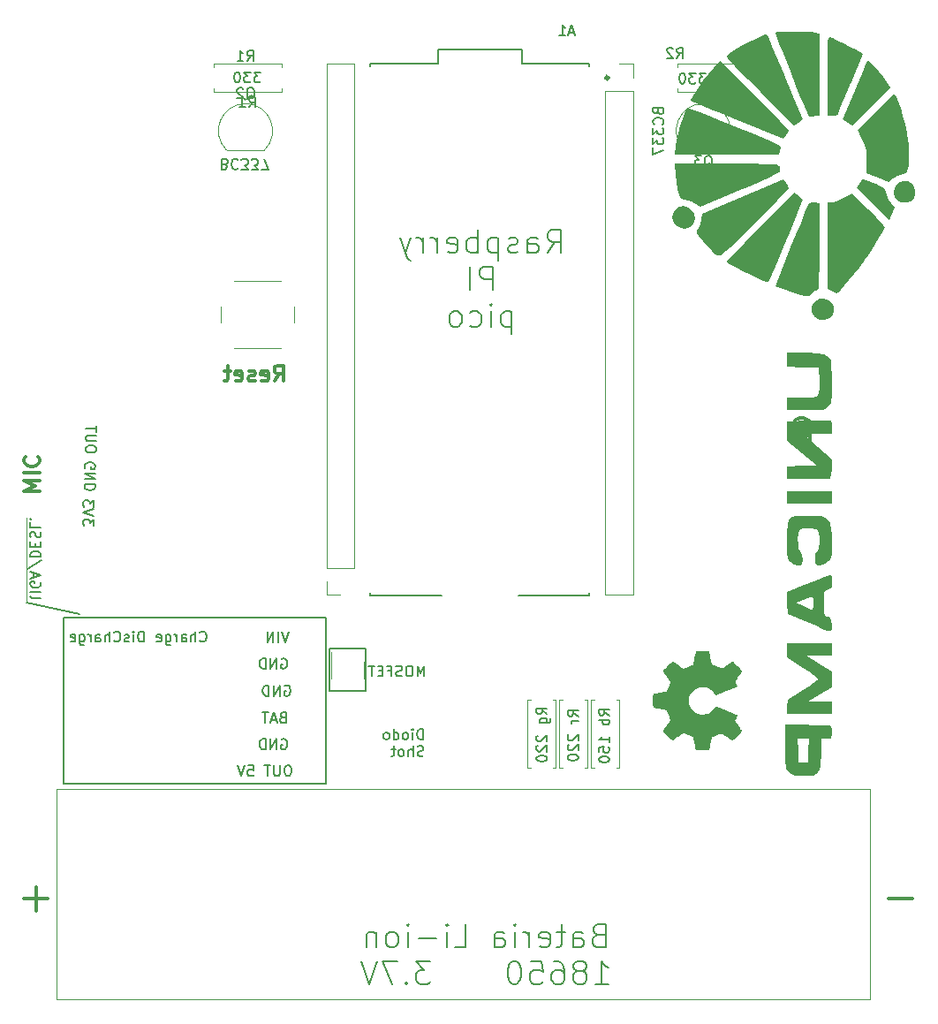
<source format=gbr>
%TF.GenerationSoftware,KiCad,Pcbnew,7.0.6*%
%TF.CreationDate,2023-09-03T15:23:35-03:00*%
%TF.ProjectId,bitdoglab_v41,62697464-6f67-46c6-9162-5f7634312e6b,rev?*%
%TF.SameCoordinates,Original*%
%TF.FileFunction,Legend,Bot*%
%TF.FilePolarity,Positive*%
%FSLAX46Y46*%
G04 Gerber Fmt 4.6, Leading zero omitted, Abs format (unit mm)*
G04 Created by KiCad (PCBNEW 7.0.6) date 2023-09-03 15:23:35*
%MOMM*%
%LPD*%
G01*
G04 APERTURE LIST*
%ADD10C,0.150000*%
%ADD11C,0.100000*%
%ADD12C,0.300000*%
%ADD13C,0.120000*%
%ADD14C,0.127000*%
G04 APERTURE END LIST*
D10*
X89281000Y-117602000D02*
X94361000Y-118745000D01*
D11*
X89281000Y-117602000D02*
X89281000Y-109474000D01*
D10*
X118364000Y-122047000D02*
X121793000Y-122047000D01*
X121793000Y-126111000D01*
X118364000Y-126111000D01*
X118364000Y-122047000D01*
X144088094Y-149470580D02*
X143773808Y-149575342D01*
X143773808Y-149575342D02*
X143669046Y-149680104D01*
X143669046Y-149680104D02*
X143564284Y-149889628D01*
X143564284Y-149889628D02*
X143564284Y-150203914D01*
X143564284Y-150203914D02*
X143669046Y-150413438D01*
X143669046Y-150413438D02*
X143773808Y-150518200D01*
X143773808Y-150518200D02*
X143983332Y-150622961D01*
X143983332Y-150622961D02*
X144821427Y-150622961D01*
X144821427Y-150622961D02*
X144821427Y-148422961D01*
X144821427Y-148422961D02*
X144088094Y-148422961D01*
X144088094Y-148422961D02*
X143878570Y-148527723D01*
X143878570Y-148527723D02*
X143773808Y-148632485D01*
X143773808Y-148632485D02*
X143669046Y-148842009D01*
X143669046Y-148842009D02*
X143669046Y-149051533D01*
X143669046Y-149051533D02*
X143773808Y-149261057D01*
X143773808Y-149261057D02*
X143878570Y-149365819D01*
X143878570Y-149365819D02*
X144088094Y-149470580D01*
X144088094Y-149470580D02*
X144821427Y-149470580D01*
X141678570Y-150622961D02*
X141678570Y-149470580D01*
X141678570Y-149470580D02*
X141783332Y-149261057D01*
X141783332Y-149261057D02*
X141992856Y-149156295D01*
X141992856Y-149156295D02*
X142411903Y-149156295D01*
X142411903Y-149156295D02*
X142621427Y-149261057D01*
X141678570Y-150518200D02*
X141888094Y-150622961D01*
X141888094Y-150622961D02*
X142411903Y-150622961D01*
X142411903Y-150622961D02*
X142621427Y-150518200D01*
X142621427Y-150518200D02*
X142726189Y-150308676D01*
X142726189Y-150308676D02*
X142726189Y-150099152D01*
X142726189Y-150099152D02*
X142621427Y-149889628D01*
X142621427Y-149889628D02*
X142411903Y-149784866D01*
X142411903Y-149784866D02*
X141888094Y-149784866D01*
X141888094Y-149784866D02*
X141678570Y-149680104D01*
X140945237Y-149156295D02*
X140107141Y-149156295D01*
X140630951Y-148422961D02*
X140630951Y-150308676D01*
X140630951Y-150308676D02*
X140526189Y-150518200D01*
X140526189Y-150518200D02*
X140316665Y-150622961D01*
X140316665Y-150622961D02*
X140107141Y-150622961D01*
X138535713Y-150518200D02*
X138745237Y-150622961D01*
X138745237Y-150622961D02*
X139164284Y-150622961D01*
X139164284Y-150622961D02*
X139373808Y-150518200D01*
X139373808Y-150518200D02*
X139478570Y-150308676D01*
X139478570Y-150308676D02*
X139478570Y-149470580D01*
X139478570Y-149470580D02*
X139373808Y-149261057D01*
X139373808Y-149261057D02*
X139164284Y-149156295D01*
X139164284Y-149156295D02*
X138745237Y-149156295D01*
X138745237Y-149156295D02*
X138535713Y-149261057D01*
X138535713Y-149261057D02*
X138430951Y-149470580D01*
X138430951Y-149470580D02*
X138430951Y-149680104D01*
X138430951Y-149680104D02*
X139478570Y-149889628D01*
X137488094Y-150622961D02*
X137488094Y-149156295D01*
X137488094Y-149575342D02*
X137383332Y-149365819D01*
X137383332Y-149365819D02*
X137278570Y-149261057D01*
X137278570Y-149261057D02*
X137069046Y-149156295D01*
X137069046Y-149156295D02*
X136859523Y-149156295D01*
X136126189Y-150622961D02*
X136126189Y-149156295D01*
X136126189Y-148422961D02*
X136230951Y-148527723D01*
X136230951Y-148527723D02*
X136126189Y-148632485D01*
X136126189Y-148632485D02*
X136021427Y-148527723D01*
X136021427Y-148527723D02*
X136126189Y-148422961D01*
X136126189Y-148422961D02*
X136126189Y-148632485D01*
X134135713Y-150622961D02*
X134135713Y-149470580D01*
X134135713Y-149470580D02*
X134240475Y-149261057D01*
X134240475Y-149261057D02*
X134449999Y-149156295D01*
X134449999Y-149156295D02*
X134869046Y-149156295D01*
X134869046Y-149156295D02*
X135078570Y-149261057D01*
X134135713Y-150518200D02*
X134345237Y-150622961D01*
X134345237Y-150622961D02*
X134869046Y-150622961D01*
X134869046Y-150622961D02*
X135078570Y-150518200D01*
X135078570Y-150518200D02*
X135183332Y-150308676D01*
X135183332Y-150308676D02*
X135183332Y-150099152D01*
X135183332Y-150099152D02*
X135078570Y-149889628D01*
X135078570Y-149889628D02*
X134869046Y-149784866D01*
X134869046Y-149784866D02*
X134345237Y-149784866D01*
X134345237Y-149784866D02*
X134135713Y-149680104D01*
X130364285Y-150622961D02*
X131411904Y-150622961D01*
X131411904Y-150622961D02*
X131411904Y-148422961D01*
X129630952Y-150622961D02*
X129630952Y-149156295D01*
X129630952Y-148422961D02*
X129735714Y-148527723D01*
X129735714Y-148527723D02*
X129630952Y-148632485D01*
X129630952Y-148632485D02*
X129526190Y-148527723D01*
X129526190Y-148527723D02*
X129630952Y-148422961D01*
X129630952Y-148422961D02*
X129630952Y-148632485D01*
X128583333Y-149784866D02*
X126907143Y-149784866D01*
X125859523Y-150622961D02*
X125859523Y-149156295D01*
X125859523Y-148422961D02*
X125964285Y-148527723D01*
X125964285Y-148527723D02*
X125859523Y-148632485D01*
X125859523Y-148632485D02*
X125754761Y-148527723D01*
X125754761Y-148527723D02*
X125859523Y-148422961D01*
X125859523Y-148422961D02*
X125859523Y-148632485D01*
X124497618Y-150622961D02*
X124707142Y-150518200D01*
X124707142Y-150518200D02*
X124811904Y-150413438D01*
X124811904Y-150413438D02*
X124916666Y-150203914D01*
X124916666Y-150203914D02*
X124916666Y-149575342D01*
X124916666Y-149575342D02*
X124811904Y-149365819D01*
X124811904Y-149365819D02*
X124707142Y-149261057D01*
X124707142Y-149261057D02*
X124497618Y-149156295D01*
X124497618Y-149156295D02*
X124183333Y-149156295D01*
X124183333Y-149156295D02*
X123973809Y-149261057D01*
X123973809Y-149261057D02*
X123869047Y-149365819D01*
X123869047Y-149365819D02*
X123764285Y-149575342D01*
X123764285Y-149575342D02*
X123764285Y-150203914D01*
X123764285Y-150203914D02*
X123869047Y-150413438D01*
X123869047Y-150413438D02*
X123973809Y-150518200D01*
X123973809Y-150518200D02*
X124183333Y-150622961D01*
X124183333Y-150622961D02*
X124497618Y-150622961D01*
X122821428Y-149156295D02*
X122821428Y-150622961D01*
X122821428Y-149365819D02*
X122716666Y-149261057D01*
X122716666Y-149261057D02*
X122507142Y-149156295D01*
X122507142Y-149156295D02*
X122192857Y-149156295D01*
X122192857Y-149156295D02*
X121983333Y-149261057D01*
X121983333Y-149261057D02*
X121878571Y-149470580D01*
X121878571Y-149470580D02*
X121878571Y-150622961D01*
X143826188Y-154164961D02*
X145083331Y-154164961D01*
X144454759Y-154164961D02*
X144454759Y-151964961D01*
X144454759Y-151964961D02*
X144664283Y-152279247D01*
X144664283Y-152279247D02*
X144873807Y-152488771D01*
X144873807Y-152488771D02*
X145083331Y-152593533D01*
X142569045Y-152907819D02*
X142778569Y-152803057D01*
X142778569Y-152803057D02*
X142883331Y-152698295D01*
X142883331Y-152698295D02*
X142988093Y-152488771D01*
X142988093Y-152488771D02*
X142988093Y-152384009D01*
X142988093Y-152384009D02*
X142883331Y-152174485D01*
X142883331Y-152174485D02*
X142778569Y-152069723D01*
X142778569Y-152069723D02*
X142569045Y-151964961D01*
X142569045Y-151964961D02*
X142149998Y-151964961D01*
X142149998Y-151964961D02*
X141940474Y-152069723D01*
X141940474Y-152069723D02*
X141835712Y-152174485D01*
X141835712Y-152174485D02*
X141730950Y-152384009D01*
X141730950Y-152384009D02*
X141730950Y-152488771D01*
X141730950Y-152488771D02*
X141835712Y-152698295D01*
X141835712Y-152698295D02*
X141940474Y-152803057D01*
X141940474Y-152803057D02*
X142149998Y-152907819D01*
X142149998Y-152907819D02*
X142569045Y-152907819D01*
X142569045Y-152907819D02*
X142778569Y-153012580D01*
X142778569Y-153012580D02*
X142883331Y-153117342D01*
X142883331Y-153117342D02*
X142988093Y-153326866D01*
X142988093Y-153326866D02*
X142988093Y-153745914D01*
X142988093Y-153745914D02*
X142883331Y-153955438D01*
X142883331Y-153955438D02*
X142778569Y-154060200D01*
X142778569Y-154060200D02*
X142569045Y-154164961D01*
X142569045Y-154164961D02*
X142149998Y-154164961D01*
X142149998Y-154164961D02*
X141940474Y-154060200D01*
X141940474Y-154060200D02*
X141835712Y-153955438D01*
X141835712Y-153955438D02*
X141730950Y-153745914D01*
X141730950Y-153745914D02*
X141730950Y-153326866D01*
X141730950Y-153326866D02*
X141835712Y-153117342D01*
X141835712Y-153117342D02*
X141940474Y-153012580D01*
X141940474Y-153012580D02*
X142149998Y-152907819D01*
X139845236Y-151964961D02*
X140264283Y-151964961D01*
X140264283Y-151964961D02*
X140473807Y-152069723D01*
X140473807Y-152069723D02*
X140578569Y-152174485D01*
X140578569Y-152174485D02*
X140788093Y-152488771D01*
X140788093Y-152488771D02*
X140892855Y-152907819D01*
X140892855Y-152907819D02*
X140892855Y-153745914D01*
X140892855Y-153745914D02*
X140788093Y-153955438D01*
X140788093Y-153955438D02*
X140683331Y-154060200D01*
X140683331Y-154060200D02*
X140473807Y-154164961D01*
X140473807Y-154164961D02*
X140054760Y-154164961D01*
X140054760Y-154164961D02*
X139845236Y-154060200D01*
X139845236Y-154060200D02*
X139740474Y-153955438D01*
X139740474Y-153955438D02*
X139635712Y-153745914D01*
X139635712Y-153745914D02*
X139635712Y-153222104D01*
X139635712Y-153222104D02*
X139740474Y-153012580D01*
X139740474Y-153012580D02*
X139845236Y-152907819D01*
X139845236Y-152907819D02*
X140054760Y-152803057D01*
X140054760Y-152803057D02*
X140473807Y-152803057D01*
X140473807Y-152803057D02*
X140683331Y-152907819D01*
X140683331Y-152907819D02*
X140788093Y-153012580D01*
X140788093Y-153012580D02*
X140892855Y-153222104D01*
X137645236Y-151964961D02*
X138692855Y-151964961D01*
X138692855Y-151964961D02*
X138797617Y-153012580D01*
X138797617Y-153012580D02*
X138692855Y-152907819D01*
X138692855Y-152907819D02*
X138483331Y-152803057D01*
X138483331Y-152803057D02*
X137959522Y-152803057D01*
X137959522Y-152803057D02*
X137749998Y-152907819D01*
X137749998Y-152907819D02*
X137645236Y-153012580D01*
X137645236Y-153012580D02*
X137540474Y-153222104D01*
X137540474Y-153222104D02*
X137540474Y-153745914D01*
X137540474Y-153745914D02*
X137645236Y-153955438D01*
X137645236Y-153955438D02*
X137749998Y-154060200D01*
X137749998Y-154060200D02*
X137959522Y-154164961D01*
X137959522Y-154164961D02*
X138483331Y-154164961D01*
X138483331Y-154164961D02*
X138692855Y-154060200D01*
X138692855Y-154060200D02*
X138797617Y-153955438D01*
X136178569Y-151964961D02*
X135969046Y-151964961D01*
X135969046Y-151964961D02*
X135759522Y-152069723D01*
X135759522Y-152069723D02*
X135654760Y-152174485D01*
X135654760Y-152174485D02*
X135549998Y-152384009D01*
X135549998Y-152384009D02*
X135445236Y-152803057D01*
X135445236Y-152803057D02*
X135445236Y-153326866D01*
X135445236Y-153326866D02*
X135549998Y-153745914D01*
X135549998Y-153745914D02*
X135654760Y-153955438D01*
X135654760Y-153955438D02*
X135759522Y-154060200D01*
X135759522Y-154060200D02*
X135969046Y-154164961D01*
X135969046Y-154164961D02*
X136178569Y-154164961D01*
X136178569Y-154164961D02*
X136388093Y-154060200D01*
X136388093Y-154060200D02*
X136492855Y-153955438D01*
X136492855Y-153955438D02*
X136597617Y-153745914D01*
X136597617Y-153745914D02*
X136702379Y-153326866D01*
X136702379Y-153326866D02*
X136702379Y-152803057D01*
X136702379Y-152803057D02*
X136597617Y-152384009D01*
X136597617Y-152384009D02*
X136492855Y-152174485D01*
X136492855Y-152174485D02*
X136388093Y-152069723D01*
X136388093Y-152069723D02*
X136178569Y-151964961D01*
X128007143Y-151964961D02*
X126645238Y-151964961D01*
X126645238Y-151964961D02*
X127378571Y-152803057D01*
X127378571Y-152803057D02*
X127064286Y-152803057D01*
X127064286Y-152803057D02*
X126854762Y-152907819D01*
X126854762Y-152907819D02*
X126750000Y-153012580D01*
X126750000Y-153012580D02*
X126645238Y-153222104D01*
X126645238Y-153222104D02*
X126645238Y-153745914D01*
X126645238Y-153745914D02*
X126750000Y-153955438D01*
X126750000Y-153955438D02*
X126854762Y-154060200D01*
X126854762Y-154060200D02*
X127064286Y-154164961D01*
X127064286Y-154164961D02*
X127692857Y-154164961D01*
X127692857Y-154164961D02*
X127902381Y-154060200D01*
X127902381Y-154060200D02*
X128007143Y-153955438D01*
X125702381Y-153955438D02*
X125597619Y-154060200D01*
X125597619Y-154060200D02*
X125702381Y-154164961D01*
X125702381Y-154164961D02*
X125807143Y-154060200D01*
X125807143Y-154060200D02*
X125702381Y-153955438D01*
X125702381Y-153955438D02*
X125702381Y-154164961D01*
X124864286Y-151964961D02*
X123397619Y-151964961D01*
X123397619Y-151964961D02*
X124340476Y-154164961D01*
X122873810Y-151964961D02*
X122140476Y-154164961D01*
X122140476Y-154164961D02*
X121407143Y-151964961D01*
X114045904Y-125588038D02*
X114141142Y-125540419D01*
X114141142Y-125540419D02*
X114283999Y-125540419D01*
X114283999Y-125540419D02*
X114426856Y-125588038D01*
X114426856Y-125588038D02*
X114522094Y-125683276D01*
X114522094Y-125683276D02*
X114569713Y-125778514D01*
X114569713Y-125778514D02*
X114617332Y-125968990D01*
X114617332Y-125968990D02*
X114617332Y-126111847D01*
X114617332Y-126111847D02*
X114569713Y-126302323D01*
X114569713Y-126302323D02*
X114522094Y-126397561D01*
X114522094Y-126397561D02*
X114426856Y-126492800D01*
X114426856Y-126492800D02*
X114283999Y-126540419D01*
X114283999Y-126540419D02*
X114188761Y-126540419D01*
X114188761Y-126540419D02*
X114045904Y-126492800D01*
X114045904Y-126492800D02*
X113998285Y-126445180D01*
X113998285Y-126445180D02*
X113998285Y-126111847D01*
X113998285Y-126111847D02*
X114188761Y-126111847D01*
X113569713Y-126540419D02*
X113569713Y-125540419D01*
X113569713Y-125540419D02*
X112998285Y-126540419D01*
X112998285Y-126540419D02*
X112998285Y-125540419D01*
X112522094Y-126540419D02*
X112522094Y-125540419D01*
X112522094Y-125540419D02*
X112283999Y-125540419D01*
X112283999Y-125540419D02*
X112141142Y-125588038D01*
X112141142Y-125588038D02*
X112045904Y-125683276D01*
X112045904Y-125683276D02*
X111998285Y-125778514D01*
X111998285Y-125778514D02*
X111950666Y-125968990D01*
X111950666Y-125968990D02*
X111950666Y-126111847D01*
X111950666Y-126111847D02*
X111998285Y-126302323D01*
X111998285Y-126302323D02*
X112045904Y-126397561D01*
X112045904Y-126397561D02*
X112141142Y-126492800D01*
X112141142Y-126492800D02*
X112283999Y-126540419D01*
X112283999Y-126540419D02*
X112522094Y-126540419D01*
X127298220Y-130720819D02*
X127298220Y-129720819D01*
X127298220Y-129720819D02*
X127060125Y-129720819D01*
X127060125Y-129720819D02*
X126917268Y-129768438D01*
X126917268Y-129768438D02*
X126822030Y-129863676D01*
X126822030Y-129863676D02*
X126774411Y-129958914D01*
X126774411Y-129958914D02*
X126726792Y-130149390D01*
X126726792Y-130149390D02*
X126726792Y-130292247D01*
X126726792Y-130292247D02*
X126774411Y-130482723D01*
X126774411Y-130482723D02*
X126822030Y-130577961D01*
X126822030Y-130577961D02*
X126917268Y-130673200D01*
X126917268Y-130673200D02*
X127060125Y-130720819D01*
X127060125Y-130720819D02*
X127298220Y-130720819D01*
X126298220Y-130720819D02*
X126298220Y-130054152D01*
X126298220Y-129720819D02*
X126345839Y-129768438D01*
X126345839Y-129768438D02*
X126298220Y-129816057D01*
X126298220Y-129816057D02*
X126250601Y-129768438D01*
X126250601Y-129768438D02*
X126298220Y-129720819D01*
X126298220Y-129720819D02*
X126298220Y-129816057D01*
X125679173Y-130720819D02*
X125774411Y-130673200D01*
X125774411Y-130673200D02*
X125822030Y-130625580D01*
X125822030Y-130625580D02*
X125869649Y-130530342D01*
X125869649Y-130530342D02*
X125869649Y-130244628D01*
X125869649Y-130244628D02*
X125822030Y-130149390D01*
X125822030Y-130149390D02*
X125774411Y-130101771D01*
X125774411Y-130101771D02*
X125679173Y-130054152D01*
X125679173Y-130054152D02*
X125536316Y-130054152D01*
X125536316Y-130054152D02*
X125441078Y-130101771D01*
X125441078Y-130101771D02*
X125393459Y-130149390D01*
X125393459Y-130149390D02*
X125345840Y-130244628D01*
X125345840Y-130244628D02*
X125345840Y-130530342D01*
X125345840Y-130530342D02*
X125393459Y-130625580D01*
X125393459Y-130625580D02*
X125441078Y-130673200D01*
X125441078Y-130673200D02*
X125536316Y-130720819D01*
X125536316Y-130720819D02*
X125679173Y-130720819D01*
X124488697Y-130720819D02*
X124488697Y-129720819D01*
X124488697Y-130673200D02*
X124583935Y-130720819D01*
X124583935Y-130720819D02*
X124774411Y-130720819D01*
X124774411Y-130720819D02*
X124869649Y-130673200D01*
X124869649Y-130673200D02*
X124917268Y-130625580D01*
X124917268Y-130625580D02*
X124964887Y-130530342D01*
X124964887Y-130530342D02*
X124964887Y-130244628D01*
X124964887Y-130244628D02*
X124917268Y-130149390D01*
X124917268Y-130149390D02*
X124869649Y-130101771D01*
X124869649Y-130101771D02*
X124774411Y-130054152D01*
X124774411Y-130054152D02*
X124583935Y-130054152D01*
X124583935Y-130054152D02*
X124488697Y-130101771D01*
X123869649Y-130720819D02*
X123964887Y-130673200D01*
X123964887Y-130673200D02*
X124012506Y-130625580D01*
X124012506Y-130625580D02*
X124060125Y-130530342D01*
X124060125Y-130530342D02*
X124060125Y-130244628D01*
X124060125Y-130244628D02*
X124012506Y-130149390D01*
X124012506Y-130149390D02*
X123964887Y-130101771D01*
X123964887Y-130101771D02*
X123869649Y-130054152D01*
X123869649Y-130054152D02*
X123726792Y-130054152D01*
X123726792Y-130054152D02*
X123631554Y-130101771D01*
X123631554Y-130101771D02*
X123583935Y-130149390D01*
X123583935Y-130149390D02*
X123536316Y-130244628D01*
X123536316Y-130244628D02*
X123536316Y-130530342D01*
X123536316Y-130530342D02*
X123583935Y-130625580D01*
X123583935Y-130625580D02*
X123631554Y-130673200D01*
X123631554Y-130673200D02*
X123726792Y-130720819D01*
X123726792Y-130720819D02*
X123869649Y-130720819D01*
X127345839Y-132283200D02*
X127202982Y-132330819D01*
X127202982Y-132330819D02*
X126964887Y-132330819D01*
X126964887Y-132330819D02*
X126869649Y-132283200D01*
X126869649Y-132283200D02*
X126822030Y-132235580D01*
X126822030Y-132235580D02*
X126774411Y-132140342D01*
X126774411Y-132140342D02*
X126774411Y-132045104D01*
X126774411Y-132045104D02*
X126822030Y-131949866D01*
X126822030Y-131949866D02*
X126869649Y-131902247D01*
X126869649Y-131902247D02*
X126964887Y-131854628D01*
X126964887Y-131854628D02*
X127155363Y-131807009D01*
X127155363Y-131807009D02*
X127250601Y-131759390D01*
X127250601Y-131759390D02*
X127298220Y-131711771D01*
X127298220Y-131711771D02*
X127345839Y-131616533D01*
X127345839Y-131616533D02*
X127345839Y-131521295D01*
X127345839Y-131521295D02*
X127298220Y-131426057D01*
X127298220Y-131426057D02*
X127250601Y-131378438D01*
X127250601Y-131378438D02*
X127155363Y-131330819D01*
X127155363Y-131330819D02*
X126917268Y-131330819D01*
X126917268Y-131330819D02*
X126774411Y-131378438D01*
X126345839Y-132330819D02*
X126345839Y-131330819D01*
X125917268Y-132330819D02*
X125917268Y-131807009D01*
X125917268Y-131807009D02*
X125964887Y-131711771D01*
X125964887Y-131711771D02*
X126060125Y-131664152D01*
X126060125Y-131664152D02*
X126202982Y-131664152D01*
X126202982Y-131664152D02*
X126298220Y-131711771D01*
X126298220Y-131711771D02*
X126345839Y-131759390D01*
X125298220Y-132330819D02*
X125393458Y-132283200D01*
X125393458Y-132283200D02*
X125441077Y-132235580D01*
X125441077Y-132235580D02*
X125488696Y-132140342D01*
X125488696Y-132140342D02*
X125488696Y-131854628D01*
X125488696Y-131854628D02*
X125441077Y-131759390D01*
X125441077Y-131759390D02*
X125393458Y-131711771D01*
X125393458Y-131711771D02*
X125298220Y-131664152D01*
X125298220Y-131664152D02*
X125155363Y-131664152D01*
X125155363Y-131664152D02*
X125060125Y-131711771D01*
X125060125Y-131711771D02*
X125012506Y-131759390D01*
X125012506Y-131759390D02*
X124964887Y-131854628D01*
X124964887Y-131854628D02*
X124964887Y-132140342D01*
X124964887Y-132140342D02*
X125012506Y-132235580D01*
X125012506Y-132235580D02*
X125060125Y-132283200D01*
X125060125Y-132283200D02*
X125155363Y-132330819D01*
X125155363Y-132330819D02*
X125298220Y-132330819D01*
X124679172Y-131664152D02*
X124298220Y-131664152D01*
X124536315Y-131330819D02*
X124536315Y-132187961D01*
X124536315Y-132187961D02*
X124488696Y-132283200D01*
X124488696Y-132283200D02*
X124393458Y-132330819D01*
X124393458Y-132330819D02*
X124298220Y-132330819D01*
X113741104Y-130718838D02*
X113836342Y-130671219D01*
X113836342Y-130671219D02*
X113979199Y-130671219D01*
X113979199Y-130671219D02*
X114122056Y-130718838D01*
X114122056Y-130718838D02*
X114217294Y-130814076D01*
X114217294Y-130814076D02*
X114264913Y-130909314D01*
X114264913Y-130909314D02*
X114312532Y-131099790D01*
X114312532Y-131099790D02*
X114312532Y-131242647D01*
X114312532Y-131242647D02*
X114264913Y-131433123D01*
X114264913Y-131433123D02*
X114217294Y-131528361D01*
X114217294Y-131528361D02*
X114122056Y-131623600D01*
X114122056Y-131623600D02*
X113979199Y-131671219D01*
X113979199Y-131671219D02*
X113883961Y-131671219D01*
X113883961Y-131671219D02*
X113741104Y-131623600D01*
X113741104Y-131623600D02*
X113693485Y-131575980D01*
X113693485Y-131575980D02*
X113693485Y-131242647D01*
X113693485Y-131242647D02*
X113883961Y-131242647D01*
X113264913Y-131671219D02*
X113264913Y-130671219D01*
X113264913Y-130671219D02*
X112693485Y-131671219D01*
X112693485Y-131671219D02*
X112693485Y-130671219D01*
X112217294Y-131671219D02*
X112217294Y-130671219D01*
X112217294Y-130671219D02*
X111979199Y-130671219D01*
X111979199Y-130671219D02*
X111836342Y-130718838D01*
X111836342Y-130718838D02*
X111741104Y-130814076D01*
X111741104Y-130814076D02*
X111693485Y-130909314D01*
X111693485Y-130909314D02*
X111645866Y-131099790D01*
X111645866Y-131099790D02*
X111645866Y-131242647D01*
X111645866Y-131242647D02*
X111693485Y-131433123D01*
X111693485Y-131433123D02*
X111741104Y-131528361D01*
X111741104Y-131528361D02*
X111836342Y-131623600D01*
X111836342Y-131623600D02*
X111979199Y-131671219D01*
X111979199Y-131671219D02*
X112217294Y-131671219D01*
X95744380Y-110238094D02*
X95744380Y-109619047D01*
X95744380Y-109619047D02*
X95363428Y-109952380D01*
X95363428Y-109952380D02*
X95363428Y-109809523D01*
X95363428Y-109809523D02*
X95315809Y-109714285D01*
X95315809Y-109714285D02*
X95268190Y-109666666D01*
X95268190Y-109666666D02*
X95172952Y-109619047D01*
X95172952Y-109619047D02*
X94934857Y-109619047D01*
X94934857Y-109619047D02*
X94839619Y-109666666D01*
X94839619Y-109666666D02*
X94792000Y-109714285D01*
X94792000Y-109714285D02*
X94744380Y-109809523D01*
X94744380Y-109809523D02*
X94744380Y-110095237D01*
X94744380Y-110095237D02*
X94792000Y-110190475D01*
X94792000Y-110190475D02*
X94839619Y-110238094D01*
X95744380Y-109333332D02*
X94744380Y-108999999D01*
X94744380Y-108999999D02*
X95744380Y-108666666D01*
X95744380Y-108428570D02*
X95744380Y-107809523D01*
X95744380Y-107809523D02*
X95363428Y-108142856D01*
X95363428Y-108142856D02*
X95363428Y-107999999D01*
X95363428Y-107999999D02*
X95315809Y-107904761D01*
X95315809Y-107904761D02*
X95268190Y-107857142D01*
X95268190Y-107857142D02*
X95172952Y-107809523D01*
X95172952Y-107809523D02*
X94934857Y-107809523D01*
X94934857Y-107809523D02*
X94839619Y-107857142D01*
X94839619Y-107857142D02*
X94792000Y-107904761D01*
X94792000Y-107904761D02*
X94744380Y-107999999D01*
X94744380Y-107999999D02*
X94744380Y-108285713D01*
X94744380Y-108285713D02*
X94792000Y-108380951D01*
X94792000Y-108380951D02*
X94839619Y-108428570D01*
X139230894Y-84081961D02*
X139964227Y-83034342D01*
X140488037Y-84081961D02*
X140488037Y-81881961D01*
X140488037Y-81881961D02*
X139649942Y-81881961D01*
X139649942Y-81881961D02*
X139440418Y-81986723D01*
X139440418Y-81986723D02*
X139335656Y-82091485D01*
X139335656Y-82091485D02*
X139230894Y-82301009D01*
X139230894Y-82301009D02*
X139230894Y-82615295D01*
X139230894Y-82615295D02*
X139335656Y-82824819D01*
X139335656Y-82824819D02*
X139440418Y-82929580D01*
X139440418Y-82929580D02*
X139649942Y-83034342D01*
X139649942Y-83034342D02*
X140488037Y-83034342D01*
X137345180Y-84081961D02*
X137345180Y-82929580D01*
X137345180Y-82929580D02*
X137449942Y-82720057D01*
X137449942Y-82720057D02*
X137659466Y-82615295D01*
X137659466Y-82615295D02*
X138078513Y-82615295D01*
X138078513Y-82615295D02*
X138288037Y-82720057D01*
X137345180Y-83977200D02*
X137554704Y-84081961D01*
X137554704Y-84081961D02*
X138078513Y-84081961D01*
X138078513Y-84081961D02*
X138288037Y-83977200D01*
X138288037Y-83977200D02*
X138392799Y-83767676D01*
X138392799Y-83767676D02*
X138392799Y-83558152D01*
X138392799Y-83558152D02*
X138288037Y-83348628D01*
X138288037Y-83348628D02*
X138078513Y-83243866D01*
X138078513Y-83243866D02*
X137554704Y-83243866D01*
X137554704Y-83243866D02*
X137345180Y-83139104D01*
X136402323Y-83977200D02*
X136192799Y-84081961D01*
X136192799Y-84081961D02*
X135773751Y-84081961D01*
X135773751Y-84081961D02*
X135564228Y-83977200D01*
X135564228Y-83977200D02*
X135459466Y-83767676D01*
X135459466Y-83767676D02*
X135459466Y-83662914D01*
X135459466Y-83662914D02*
X135564228Y-83453390D01*
X135564228Y-83453390D02*
X135773751Y-83348628D01*
X135773751Y-83348628D02*
X136088037Y-83348628D01*
X136088037Y-83348628D02*
X136297561Y-83243866D01*
X136297561Y-83243866D02*
X136402323Y-83034342D01*
X136402323Y-83034342D02*
X136402323Y-82929580D01*
X136402323Y-82929580D02*
X136297561Y-82720057D01*
X136297561Y-82720057D02*
X136088037Y-82615295D01*
X136088037Y-82615295D02*
X135773751Y-82615295D01*
X135773751Y-82615295D02*
X135564228Y-82720057D01*
X134516609Y-82615295D02*
X134516609Y-84815295D01*
X134516609Y-82720057D02*
X134307085Y-82615295D01*
X134307085Y-82615295D02*
X133888038Y-82615295D01*
X133888038Y-82615295D02*
X133678514Y-82720057D01*
X133678514Y-82720057D02*
X133573752Y-82824819D01*
X133573752Y-82824819D02*
X133468990Y-83034342D01*
X133468990Y-83034342D02*
X133468990Y-83662914D01*
X133468990Y-83662914D02*
X133573752Y-83872438D01*
X133573752Y-83872438D02*
X133678514Y-83977200D01*
X133678514Y-83977200D02*
X133888038Y-84081961D01*
X133888038Y-84081961D02*
X134307085Y-84081961D01*
X134307085Y-84081961D02*
X134516609Y-83977200D01*
X132526133Y-84081961D02*
X132526133Y-81881961D01*
X132526133Y-82720057D02*
X132316609Y-82615295D01*
X132316609Y-82615295D02*
X131897562Y-82615295D01*
X131897562Y-82615295D02*
X131688038Y-82720057D01*
X131688038Y-82720057D02*
X131583276Y-82824819D01*
X131583276Y-82824819D02*
X131478514Y-83034342D01*
X131478514Y-83034342D02*
X131478514Y-83662914D01*
X131478514Y-83662914D02*
X131583276Y-83872438D01*
X131583276Y-83872438D02*
X131688038Y-83977200D01*
X131688038Y-83977200D02*
X131897562Y-84081961D01*
X131897562Y-84081961D02*
X132316609Y-84081961D01*
X132316609Y-84081961D02*
X132526133Y-83977200D01*
X129697562Y-83977200D02*
X129907086Y-84081961D01*
X129907086Y-84081961D02*
X130326133Y-84081961D01*
X130326133Y-84081961D02*
X130535657Y-83977200D01*
X130535657Y-83977200D02*
X130640419Y-83767676D01*
X130640419Y-83767676D02*
X130640419Y-82929580D01*
X130640419Y-82929580D02*
X130535657Y-82720057D01*
X130535657Y-82720057D02*
X130326133Y-82615295D01*
X130326133Y-82615295D02*
X129907086Y-82615295D01*
X129907086Y-82615295D02*
X129697562Y-82720057D01*
X129697562Y-82720057D02*
X129592800Y-82929580D01*
X129592800Y-82929580D02*
X129592800Y-83139104D01*
X129592800Y-83139104D02*
X130640419Y-83348628D01*
X128649943Y-84081961D02*
X128649943Y-82615295D01*
X128649943Y-83034342D02*
X128545181Y-82824819D01*
X128545181Y-82824819D02*
X128440419Y-82720057D01*
X128440419Y-82720057D02*
X128230895Y-82615295D01*
X128230895Y-82615295D02*
X128021372Y-82615295D01*
X127288038Y-84081961D02*
X127288038Y-82615295D01*
X127288038Y-83034342D02*
X127183276Y-82824819D01*
X127183276Y-82824819D02*
X127078514Y-82720057D01*
X127078514Y-82720057D02*
X126868990Y-82615295D01*
X126868990Y-82615295D02*
X126659467Y-82615295D01*
X126135657Y-82615295D02*
X125611847Y-84081961D01*
X125088038Y-82615295D02*
X125611847Y-84081961D01*
X125611847Y-84081961D02*
X125821371Y-84605771D01*
X125821371Y-84605771D02*
X125926133Y-84710533D01*
X125926133Y-84710533D02*
X126135657Y-84815295D01*
X133992799Y-87623961D02*
X133992799Y-85423961D01*
X133992799Y-85423961D02*
X133154704Y-85423961D01*
X133154704Y-85423961D02*
X132945180Y-85528723D01*
X132945180Y-85528723D02*
X132840418Y-85633485D01*
X132840418Y-85633485D02*
X132735656Y-85843009D01*
X132735656Y-85843009D02*
X132735656Y-86157295D01*
X132735656Y-86157295D02*
X132840418Y-86366819D01*
X132840418Y-86366819D02*
X132945180Y-86471580D01*
X132945180Y-86471580D02*
X133154704Y-86576342D01*
X133154704Y-86576342D02*
X133992799Y-86576342D01*
X131792799Y-87623961D02*
X131792799Y-85423961D01*
X135826132Y-89699295D02*
X135826132Y-91899295D01*
X135826132Y-89804057D02*
X135616608Y-89699295D01*
X135616608Y-89699295D02*
X135197561Y-89699295D01*
X135197561Y-89699295D02*
X134988037Y-89804057D01*
X134988037Y-89804057D02*
X134883275Y-89908819D01*
X134883275Y-89908819D02*
X134778513Y-90118342D01*
X134778513Y-90118342D02*
X134778513Y-90746914D01*
X134778513Y-90746914D02*
X134883275Y-90956438D01*
X134883275Y-90956438D02*
X134988037Y-91061200D01*
X134988037Y-91061200D02*
X135197561Y-91165961D01*
X135197561Y-91165961D02*
X135616608Y-91165961D01*
X135616608Y-91165961D02*
X135826132Y-91061200D01*
X133835656Y-91165961D02*
X133835656Y-89699295D01*
X133835656Y-88965961D02*
X133940418Y-89070723D01*
X133940418Y-89070723D02*
X133835656Y-89175485D01*
X133835656Y-89175485D02*
X133730894Y-89070723D01*
X133730894Y-89070723D02*
X133835656Y-88965961D01*
X133835656Y-88965961D02*
X133835656Y-89175485D01*
X131845180Y-91061200D02*
X132054704Y-91165961D01*
X132054704Y-91165961D02*
X132473751Y-91165961D01*
X132473751Y-91165961D02*
X132683275Y-91061200D01*
X132683275Y-91061200D02*
X132788037Y-90956438D01*
X132788037Y-90956438D02*
X132892799Y-90746914D01*
X132892799Y-90746914D02*
X132892799Y-90118342D01*
X132892799Y-90118342D02*
X132788037Y-89908819D01*
X132788037Y-89908819D02*
X132683275Y-89804057D01*
X132683275Y-89804057D02*
X132473751Y-89699295D01*
X132473751Y-89699295D02*
X132054704Y-89699295D01*
X132054704Y-89699295D02*
X131845180Y-89804057D01*
X130588037Y-91165961D02*
X130797561Y-91061200D01*
X130797561Y-91061200D02*
X130902323Y-90956438D01*
X130902323Y-90956438D02*
X131007085Y-90746914D01*
X131007085Y-90746914D02*
X131007085Y-90118342D01*
X131007085Y-90118342D02*
X130902323Y-89908819D01*
X130902323Y-89908819D02*
X130797561Y-89804057D01*
X130797561Y-89804057D02*
X130588037Y-89699295D01*
X130588037Y-89699295D02*
X130273752Y-89699295D01*
X130273752Y-89699295D02*
X130064228Y-89804057D01*
X130064228Y-89804057D02*
X129959466Y-89908819D01*
X129959466Y-89908819D02*
X129854704Y-90118342D01*
X129854704Y-90118342D02*
X129854704Y-90746914D01*
X129854704Y-90746914D02*
X129959466Y-90956438D01*
X129959466Y-90956438D02*
X130064228Y-91061200D01*
X130064228Y-91061200D02*
X130273752Y-91165961D01*
X130273752Y-91165961D02*
X130588037Y-91165961D01*
X94930238Y-104738095D02*
X94882619Y-104642857D01*
X94882619Y-104642857D02*
X94882619Y-104500000D01*
X94882619Y-104500000D02*
X94930238Y-104357143D01*
X94930238Y-104357143D02*
X95025476Y-104261905D01*
X95025476Y-104261905D02*
X95120714Y-104214286D01*
X95120714Y-104214286D02*
X95311190Y-104166667D01*
X95311190Y-104166667D02*
X95454047Y-104166667D01*
X95454047Y-104166667D02*
X95644523Y-104214286D01*
X95644523Y-104214286D02*
X95739761Y-104261905D01*
X95739761Y-104261905D02*
X95835000Y-104357143D01*
X95835000Y-104357143D02*
X95882619Y-104500000D01*
X95882619Y-104500000D02*
X95882619Y-104595238D01*
X95882619Y-104595238D02*
X95835000Y-104738095D01*
X95835000Y-104738095D02*
X95787380Y-104785714D01*
X95787380Y-104785714D02*
X95454047Y-104785714D01*
X95454047Y-104785714D02*
X95454047Y-104595238D01*
X95882619Y-105214286D02*
X94882619Y-105214286D01*
X94882619Y-105214286D02*
X95882619Y-105785714D01*
X95882619Y-105785714D02*
X94882619Y-105785714D01*
X95882619Y-106261905D02*
X94882619Y-106261905D01*
X94882619Y-106261905D02*
X94882619Y-106500000D01*
X94882619Y-106500000D02*
X94930238Y-106642857D01*
X94930238Y-106642857D02*
X95025476Y-106738095D01*
X95025476Y-106738095D02*
X95120714Y-106785714D01*
X95120714Y-106785714D02*
X95311190Y-106833333D01*
X95311190Y-106833333D02*
X95454047Y-106833333D01*
X95454047Y-106833333D02*
X95644523Y-106785714D01*
X95644523Y-106785714D02*
X95739761Y-106738095D01*
X95739761Y-106738095D02*
X95835000Y-106642857D01*
X95835000Y-106642857D02*
X95882619Y-106500000D01*
X95882619Y-106500000D02*
X95882619Y-106261905D01*
X113741104Y-122997238D02*
X113836342Y-122949619D01*
X113836342Y-122949619D02*
X113979199Y-122949619D01*
X113979199Y-122949619D02*
X114122056Y-122997238D01*
X114122056Y-122997238D02*
X114217294Y-123092476D01*
X114217294Y-123092476D02*
X114264913Y-123187714D01*
X114264913Y-123187714D02*
X114312532Y-123378190D01*
X114312532Y-123378190D02*
X114312532Y-123521047D01*
X114312532Y-123521047D02*
X114264913Y-123711523D01*
X114264913Y-123711523D02*
X114217294Y-123806761D01*
X114217294Y-123806761D02*
X114122056Y-123902000D01*
X114122056Y-123902000D02*
X113979199Y-123949619D01*
X113979199Y-123949619D02*
X113883961Y-123949619D01*
X113883961Y-123949619D02*
X113741104Y-123902000D01*
X113741104Y-123902000D02*
X113693485Y-123854380D01*
X113693485Y-123854380D02*
X113693485Y-123521047D01*
X113693485Y-123521047D02*
X113883961Y-123521047D01*
X113264913Y-123949619D02*
X113264913Y-122949619D01*
X113264913Y-122949619D02*
X112693485Y-123949619D01*
X112693485Y-123949619D02*
X112693485Y-122949619D01*
X112217294Y-123949619D02*
X112217294Y-122949619D01*
X112217294Y-122949619D02*
X111979199Y-122949619D01*
X111979199Y-122949619D02*
X111836342Y-122997238D01*
X111836342Y-122997238D02*
X111741104Y-123092476D01*
X111741104Y-123092476D02*
X111693485Y-123187714D01*
X111693485Y-123187714D02*
X111645866Y-123378190D01*
X111645866Y-123378190D02*
X111645866Y-123521047D01*
X111645866Y-123521047D02*
X111693485Y-123711523D01*
X111693485Y-123711523D02*
X111741104Y-123806761D01*
X111741104Y-123806761D02*
X111836342Y-123902000D01*
X111836342Y-123902000D02*
X111979199Y-123949619D01*
X111979199Y-123949619D02*
X112217294Y-123949619D01*
X114430037Y-120409619D02*
X114096704Y-121409619D01*
X114096704Y-121409619D02*
X113763371Y-120409619D01*
X113430037Y-121409619D02*
X113430037Y-120409619D01*
X112953847Y-121409619D02*
X112953847Y-120409619D01*
X112953847Y-120409619D02*
X112382419Y-121409619D01*
X112382419Y-121409619D02*
X112382419Y-120409619D01*
X89665180Y-116995363D02*
X89712800Y-117090601D01*
X89712800Y-117090601D02*
X89808038Y-117138220D01*
X89808038Y-117138220D02*
X90665180Y-117138220D01*
X89665180Y-116614410D02*
X90665180Y-116614410D01*
X90617561Y-115614411D02*
X90665180Y-115709649D01*
X90665180Y-115709649D02*
X90665180Y-115852506D01*
X90665180Y-115852506D02*
X90617561Y-115995363D01*
X90617561Y-115995363D02*
X90522323Y-116090601D01*
X90522323Y-116090601D02*
X90427085Y-116138220D01*
X90427085Y-116138220D02*
X90236609Y-116185839D01*
X90236609Y-116185839D02*
X90093752Y-116185839D01*
X90093752Y-116185839D02*
X89903276Y-116138220D01*
X89903276Y-116138220D02*
X89808038Y-116090601D01*
X89808038Y-116090601D02*
X89712800Y-115995363D01*
X89712800Y-115995363D02*
X89665180Y-115852506D01*
X89665180Y-115852506D02*
X89665180Y-115757268D01*
X89665180Y-115757268D02*
X89712800Y-115614411D01*
X89712800Y-115614411D02*
X89760419Y-115566792D01*
X89760419Y-115566792D02*
X90093752Y-115566792D01*
X90093752Y-115566792D02*
X90093752Y-115757268D01*
X89950895Y-115185839D02*
X89950895Y-114709649D01*
X89665180Y-115281077D02*
X90665180Y-114947744D01*
X90665180Y-114947744D02*
X89665180Y-114614411D01*
X90712800Y-113566792D02*
X89427085Y-114423934D01*
X89665180Y-113233458D02*
X90665180Y-113233458D01*
X90665180Y-113233458D02*
X90665180Y-112995363D01*
X90665180Y-112995363D02*
X90617561Y-112852506D01*
X90617561Y-112852506D02*
X90522323Y-112757268D01*
X90522323Y-112757268D02*
X90427085Y-112709649D01*
X90427085Y-112709649D02*
X90236609Y-112662030D01*
X90236609Y-112662030D02*
X90093752Y-112662030D01*
X90093752Y-112662030D02*
X89903276Y-112709649D01*
X89903276Y-112709649D02*
X89808038Y-112757268D01*
X89808038Y-112757268D02*
X89712800Y-112852506D01*
X89712800Y-112852506D02*
X89665180Y-112995363D01*
X89665180Y-112995363D02*
X89665180Y-113233458D01*
X90188990Y-112233458D02*
X90188990Y-111900125D01*
X89665180Y-111757268D02*
X89665180Y-112233458D01*
X89665180Y-112233458D02*
X90665180Y-112233458D01*
X90665180Y-112233458D02*
X90665180Y-111757268D01*
X89712800Y-111376315D02*
X89665180Y-111233458D01*
X89665180Y-111233458D02*
X89665180Y-110995363D01*
X89665180Y-110995363D02*
X89712800Y-110900125D01*
X89712800Y-110900125D02*
X89760419Y-110852506D01*
X89760419Y-110852506D02*
X89855657Y-110804887D01*
X89855657Y-110804887D02*
X89950895Y-110804887D01*
X89950895Y-110804887D02*
X90046133Y-110852506D01*
X90046133Y-110852506D02*
X90093752Y-110900125D01*
X90093752Y-110900125D02*
X90141371Y-110995363D01*
X90141371Y-110995363D02*
X90188990Y-111185839D01*
X90188990Y-111185839D02*
X90236609Y-111281077D01*
X90236609Y-111281077D02*
X90284228Y-111328696D01*
X90284228Y-111328696D02*
X90379466Y-111376315D01*
X90379466Y-111376315D02*
X90474704Y-111376315D01*
X90474704Y-111376315D02*
X90569942Y-111328696D01*
X90569942Y-111328696D02*
X90617561Y-111281077D01*
X90617561Y-111281077D02*
X90665180Y-111185839D01*
X90665180Y-111185839D02*
X90665180Y-110947744D01*
X90665180Y-110947744D02*
X90617561Y-110804887D01*
X89665180Y-109900125D02*
X89665180Y-110376315D01*
X89665180Y-110376315D02*
X90665180Y-110376315D01*
X89760419Y-109566791D02*
X89712800Y-109519172D01*
X89712800Y-109519172D02*
X89665180Y-109566791D01*
X89665180Y-109566791D02*
X89712800Y-109614410D01*
X89712800Y-109614410D02*
X89760419Y-109566791D01*
X89760419Y-109566791D02*
X89665180Y-109566791D01*
D12*
X91341146Y-145997600D02*
X89055432Y-145997600D01*
X90198289Y-147140457D02*
X90198289Y-144854742D01*
D10*
X95972980Y-102999999D02*
X95972980Y-102809523D01*
X95972980Y-102809523D02*
X95925361Y-102714285D01*
X95925361Y-102714285D02*
X95830123Y-102619047D01*
X95830123Y-102619047D02*
X95639647Y-102571428D01*
X95639647Y-102571428D02*
X95306314Y-102571428D01*
X95306314Y-102571428D02*
X95115838Y-102619047D01*
X95115838Y-102619047D02*
X95020600Y-102714285D01*
X95020600Y-102714285D02*
X94972980Y-102809523D01*
X94972980Y-102809523D02*
X94972980Y-102999999D01*
X94972980Y-102999999D02*
X95020600Y-103095237D01*
X95020600Y-103095237D02*
X95115838Y-103190475D01*
X95115838Y-103190475D02*
X95306314Y-103238094D01*
X95306314Y-103238094D02*
X95639647Y-103238094D01*
X95639647Y-103238094D02*
X95830123Y-103190475D01*
X95830123Y-103190475D02*
X95925361Y-103095237D01*
X95925361Y-103095237D02*
X95972980Y-102999999D01*
X95972980Y-102142856D02*
X95163457Y-102142856D01*
X95163457Y-102142856D02*
X95068219Y-102095237D01*
X95068219Y-102095237D02*
X95020600Y-102047618D01*
X95020600Y-102047618D02*
X94972980Y-101952380D01*
X94972980Y-101952380D02*
X94972980Y-101761904D01*
X94972980Y-101761904D02*
X95020600Y-101666666D01*
X95020600Y-101666666D02*
X95068219Y-101619047D01*
X95068219Y-101619047D02*
X95163457Y-101571428D01*
X95163457Y-101571428D02*
X95972980Y-101571428D01*
X95972980Y-101238094D02*
X95972980Y-100666666D01*
X94972980Y-100952380D02*
X95972980Y-100952380D01*
X108328057Y-75608590D02*
X108470914Y-75560971D01*
X108470914Y-75560971D02*
X108518533Y-75513352D01*
X108518533Y-75513352D02*
X108566152Y-75418114D01*
X108566152Y-75418114D02*
X108566152Y-75275257D01*
X108566152Y-75275257D02*
X108518533Y-75180019D01*
X108518533Y-75180019D02*
X108470914Y-75132400D01*
X108470914Y-75132400D02*
X108375676Y-75084780D01*
X108375676Y-75084780D02*
X107994724Y-75084780D01*
X107994724Y-75084780D02*
X107994724Y-76084780D01*
X107994724Y-76084780D02*
X108328057Y-76084780D01*
X108328057Y-76084780D02*
X108423295Y-76037161D01*
X108423295Y-76037161D02*
X108470914Y-75989542D01*
X108470914Y-75989542D02*
X108518533Y-75894304D01*
X108518533Y-75894304D02*
X108518533Y-75799066D01*
X108518533Y-75799066D02*
X108470914Y-75703828D01*
X108470914Y-75703828D02*
X108423295Y-75656209D01*
X108423295Y-75656209D02*
X108328057Y-75608590D01*
X108328057Y-75608590D02*
X107994724Y-75608590D01*
X109566152Y-75180019D02*
X109518533Y-75132400D01*
X109518533Y-75132400D02*
X109375676Y-75084780D01*
X109375676Y-75084780D02*
X109280438Y-75084780D01*
X109280438Y-75084780D02*
X109137581Y-75132400D01*
X109137581Y-75132400D02*
X109042343Y-75227638D01*
X109042343Y-75227638D02*
X108994724Y-75322876D01*
X108994724Y-75322876D02*
X108947105Y-75513352D01*
X108947105Y-75513352D02*
X108947105Y-75656209D01*
X108947105Y-75656209D02*
X108994724Y-75846685D01*
X108994724Y-75846685D02*
X109042343Y-75941923D01*
X109042343Y-75941923D02*
X109137581Y-76037161D01*
X109137581Y-76037161D02*
X109280438Y-76084780D01*
X109280438Y-76084780D02*
X109375676Y-76084780D01*
X109375676Y-76084780D02*
X109518533Y-76037161D01*
X109518533Y-76037161D02*
X109566152Y-75989542D01*
X109899486Y-76084780D02*
X110518533Y-76084780D01*
X110518533Y-76084780D02*
X110185200Y-75703828D01*
X110185200Y-75703828D02*
X110328057Y-75703828D01*
X110328057Y-75703828D02*
X110423295Y-75656209D01*
X110423295Y-75656209D02*
X110470914Y-75608590D01*
X110470914Y-75608590D02*
X110518533Y-75513352D01*
X110518533Y-75513352D02*
X110518533Y-75275257D01*
X110518533Y-75275257D02*
X110470914Y-75180019D01*
X110470914Y-75180019D02*
X110423295Y-75132400D01*
X110423295Y-75132400D02*
X110328057Y-75084780D01*
X110328057Y-75084780D02*
X110042343Y-75084780D01*
X110042343Y-75084780D02*
X109947105Y-75132400D01*
X109947105Y-75132400D02*
X109899486Y-75180019D01*
X110851867Y-76084780D02*
X111470914Y-76084780D01*
X111470914Y-76084780D02*
X111137581Y-75703828D01*
X111137581Y-75703828D02*
X111280438Y-75703828D01*
X111280438Y-75703828D02*
X111375676Y-75656209D01*
X111375676Y-75656209D02*
X111423295Y-75608590D01*
X111423295Y-75608590D02*
X111470914Y-75513352D01*
X111470914Y-75513352D02*
X111470914Y-75275257D01*
X111470914Y-75275257D02*
X111423295Y-75180019D01*
X111423295Y-75180019D02*
X111375676Y-75132400D01*
X111375676Y-75132400D02*
X111280438Y-75084780D01*
X111280438Y-75084780D02*
X110994724Y-75084780D01*
X110994724Y-75084780D02*
X110899486Y-75132400D01*
X110899486Y-75132400D02*
X110851867Y-75180019D01*
X111804248Y-76084780D02*
X112470914Y-76084780D01*
X112470914Y-76084780D02*
X112042343Y-75084780D01*
X113869695Y-128607409D02*
X113726838Y-128655028D01*
X113726838Y-128655028D02*
X113679219Y-128702647D01*
X113679219Y-128702647D02*
X113631600Y-128797885D01*
X113631600Y-128797885D02*
X113631600Y-128940742D01*
X113631600Y-128940742D02*
X113679219Y-129035980D01*
X113679219Y-129035980D02*
X113726838Y-129083600D01*
X113726838Y-129083600D02*
X113822076Y-129131219D01*
X113822076Y-129131219D02*
X114203028Y-129131219D01*
X114203028Y-129131219D02*
X114203028Y-128131219D01*
X114203028Y-128131219D02*
X113869695Y-128131219D01*
X113869695Y-128131219D02*
X113774457Y-128178838D01*
X113774457Y-128178838D02*
X113726838Y-128226457D01*
X113726838Y-128226457D02*
X113679219Y-128321695D01*
X113679219Y-128321695D02*
X113679219Y-128416933D01*
X113679219Y-128416933D02*
X113726838Y-128512171D01*
X113726838Y-128512171D02*
X113774457Y-128559790D01*
X113774457Y-128559790D02*
X113869695Y-128607409D01*
X113869695Y-128607409D02*
X114203028Y-128607409D01*
X113250647Y-128845504D02*
X112774457Y-128845504D01*
X113345885Y-129131219D02*
X113012552Y-128131219D01*
X113012552Y-128131219D02*
X112679219Y-129131219D01*
X112488742Y-128131219D02*
X111917314Y-128131219D01*
X112203028Y-129131219D02*
X112203028Y-128131219D01*
X114452114Y-133211219D02*
X114261638Y-133211219D01*
X114261638Y-133211219D02*
X114166400Y-133258838D01*
X114166400Y-133258838D02*
X114071162Y-133354076D01*
X114071162Y-133354076D02*
X114023543Y-133544552D01*
X114023543Y-133544552D02*
X114023543Y-133877885D01*
X114023543Y-133877885D02*
X114071162Y-134068361D01*
X114071162Y-134068361D02*
X114166400Y-134163600D01*
X114166400Y-134163600D02*
X114261638Y-134211219D01*
X114261638Y-134211219D02*
X114452114Y-134211219D01*
X114452114Y-134211219D02*
X114547352Y-134163600D01*
X114547352Y-134163600D02*
X114642590Y-134068361D01*
X114642590Y-134068361D02*
X114690209Y-133877885D01*
X114690209Y-133877885D02*
X114690209Y-133544552D01*
X114690209Y-133544552D02*
X114642590Y-133354076D01*
X114642590Y-133354076D02*
X114547352Y-133258838D01*
X114547352Y-133258838D02*
X114452114Y-133211219D01*
X113594971Y-133211219D02*
X113594971Y-134020742D01*
X113594971Y-134020742D02*
X113547352Y-134115980D01*
X113547352Y-134115980D02*
X113499733Y-134163600D01*
X113499733Y-134163600D02*
X113404495Y-134211219D01*
X113404495Y-134211219D02*
X113214019Y-134211219D01*
X113214019Y-134211219D02*
X113118781Y-134163600D01*
X113118781Y-134163600D02*
X113071162Y-134115980D01*
X113071162Y-134115980D02*
X113023543Y-134020742D01*
X113023543Y-134020742D02*
X113023543Y-133211219D01*
X112690209Y-133211219D02*
X112118781Y-133211219D01*
X112404495Y-134211219D02*
X112404495Y-133211219D01*
X110547352Y-133211219D02*
X111023542Y-133211219D01*
X111023542Y-133211219D02*
X111071161Y-133687409D01*
X111071161Y-133687409D02*
X111023542Y-133639790D01*
X111023542Y-133639790D02*
X110928304Y-133592171D01*
X110928304Y-133592171D02*
X110690209Y-133592171D01*
X110690209Y-133592171D02*
X110594971Y-133639790D01*
X110594971Y-133639790D02*
X110547352Y-133687409D01*
X110547352Y-133687409D02*
X110499733Y-133782647D01*
X110499733Y-133782647D02*
X110499733Y-134020742D01*
X110499733Y-134020742D02*
X110547352Y-134115980D01*
X110547352Y-134115980D02*
X110594971Y-134163600D01*
X110594971Y-134163600D02*
X110690209Y-134211219D01*
X110690209Y-134211219D02*
X110928304Y-134211219D01*
X110928304Y-134211219D02*
X111023542Y-134163600D01*
X111023542Y-134163600D02*
X111071161Y-134115980D01*
X110214018Y-133211219D02*
X109880685Y-134211219D01*
X109880685Y-134211219D02*
X109547352Y-133211219D01*
X127436237Y-124660819D02*
X127436237Y-123660819D01*
X127436237Y-123660819D02*
X127102904Y-124375104D01*
X127102904Y-124375104D02*
X126769571Y-123660819D01*
X126769571Y-123660819D02*
X126769571Y-124660819D01*
X126102904Y-123660819D02*
X125912428Y-123660819D01*
X125912428Y-123660819D02*
X125817190Y-123708438D01*
X125817190Y-123708438D02*
X125721952Y-123803676D01*
X125721952Y-123803676D02*
X125674333Y-123994152D01*
X125674333Y-123994152D02*
X125674333Y-124327485D01*
X125674333Y-124327485D02*
X125721952Y-124517961D01*
X125721952Y-124517961D02*
X125817190Y-124613200D01*
X125817190Y-124613200D02*
X125912428Y-124660819D01*
X125912428Y-124660819D02*
X126102904Y-124660819D01*
X126102904Y-124660819D02*
X126198142Y-124613200D01*
X126198142Y-124613200D02*
X126293380Y-124517961D01*
X126293380Y-124517961D02*
X126340999Y-124327485D01*
X126340999Y-124327485D02*
X126340999Y-123994152D01*
X126340999Y-123994152D02*
X126293380Y-123803676D01*
X126293380Y-123803676D02*
X126198142Y-123708438D01*
X126198142Y-123708438D02*
X126102904Y-123660819D01*
X125293380Y-124613200D02*
X125150523Y-124660819D01*
X125150523Y-124660819D02*
X124912428Y-124660819D01*
X124912428Y-124660819D02*
X124817190Y-124613200D01*
X124817190Y-124613200D02*
X124769571Y-124565580D01*
X124769571Y-124565580D02*
X124721952Y-124470342D01*
X124721952Y-124470342D02*
X124721952Y-124375104D01*
X124721952Y-124375104D02*
X124769571Y-124279866D01*
X124769571Y-124279866D02*
X124817190Y-124232247D01*
X124817190Y-124232247D02*
X124912428Y-124184628D01*
X124912428Y-124184628D02*
X125102904Y-124137009D01*
X125102904Y-124137009D02*
X125198142Y-124089390D01*
X125198142Y-124089390D02*
X125245761Y-124041771D01*
X125245761Y-124041771D02*
X125293380Y-123946533D01*
X125293380Y-123946533D02*
X125293380Y-123851295D01*
X125293380Y-123851295D02*
X125245761Y-123756057D01*
X125245761Y-123756057D02*
X125198142Y-123708438D01*
X125198142Y-123708438D02*
X125102904Y-123660819D01*
X125102904Y-123660819D02*
X124864809Y-123660819D01*
X124864809Y-123660819D02*
X124721952Y-123708438D01*
X123960047Y-124137009D02*
X124293380Y-124137009D01*
X124293380Y-124660819D02*
X124293380Y-123660819D01*
X124293380Y-123660819D02*
X123817190Y-123660819D01*
X123436237Y-124137009D02*
X123102904Y-124137009D01*
X122960047Y-124660819D02*
X123436237Y-124660819D01*
X123436237Y-124660819D02*
X123436237Y-123660819D01*
X123436237Y-123660819D02*
X122960047Y-123660819D01*
X122674332Y-123660819D02*
X122102904Y-123660819D01*
X122388618Y-124660819D02*
X122388618Y-123660819D01*
D12*
X174246746Y-145946800D02*
X171961032Y-145946800D01*
X90563528Y-106894143D02*
X89063528Y-106894143D01*
X89063528Y-106894143D02*
X90134957Y-106394143D01*
X90134957Y-106394143D02*
X89063528Y-105894143D01*
X89063528Y-105894143D02*
X90563528Y-105894143D01*
X90563528Y-105179857D02*
X89063528Y-105179857D01*
X90420671Y-103608428D02*
X90492100Y-103679856D01*
X90492100Y-103679856D02*
X90563528Y-103894142D01*
X90563528Y-103894142D02*
X90563528Y-104036999D01*
X90563528Y-104036999D02*
X90492100Y-104251285D01*
X90492100Y-104251285D02*
X90349242Y-104394142D01*
X90349242Y-104394142D02*
X90206385Y-104465571D01*
X90206385Y-104465571D02*
X89920671Y-104536999D01*
X89920671Y-104536999D02*
X89706385Y-104536999D01*
X89706385Y-104536999D02*
X89420671Y-104465571D01*
X89420671Y-104465571D02*
X89277814Y-104394142D01*
X89277814Y-104394142D02*
X89134957Y-104251285D01*
X89134957Y-104251285D02*
X89063528Y-104036999D01*
X89063528Y-104036999D02*
X89063528Y-103894142D01*
X89063528Y-103894142D02*
X89134957Y-103679856D01*
X89134957Y-103679856D02*
X89206385Y-103608428D01*
D10*
X139189619Y-128298818D02*
X138713428Y-127965485D01*
X139189619Y-127727390D02*
X138189619Y-127727390D01*
X138189619Y-127727390D02*
X138189619Y-128108342D01*
X138189619Y-128108342D02*
X138237238Y-128203580D01*
X138237238Y-128203580D02*
X138284857Y-128251199D01*
X138284857Y-128251199D02*
X138380095Y-128298818D01*
X138380095Y-128298818D02*
X138522952Y-128298818D01*
X138522952Y-128298818D02*
X138618190Y-128251199D01*
X138618190Y-128251199D02*
X138665809Y-128203580D01*
X138665809Y-128203580D02*
X138713428Y-128108342D01*
X138713428Y-128108342D02*
X138713428Y-127727390D01*
X138522952Y-129155961D02*
X139332476Y-129155961D01*
X139332476Y-129155961D02*
X139427714Y-129108342D01*
X139427714Y-129108342D02*
X139475333Y-129060723D01*
X139475333Y-129060723D02*
X139522952Y-128965485D01*
X139522952Y-128965485D02*
X139522952Y-128822628D01*
X139522952Y-128822628D02*
X139475333Y-128727390D01*
X139142000Y-129155961D02*
X139189619Y-129060723D01*
X139189619Y-129060723D02*
X139189619Y-128870247D01*
X139189619Y-128870247D02*
X139142000Y-128775009D01*
X139142000Y-128775009D02*
X139094380Y-128727390D01*
X139094380Y-128727390D02*
X138999142Y-128679771D01*
X138999142Y-128679771D02*
X138713428Y-128679771D01*
X138713428Y-128679771D02*
X138618190Y-128727390D01*
X138618190Y-128727390D02*
X138570571Y-128775009D01*
X138570571Y-128775009D02*
X138522952Y-128870247D01*
X138522952Y-128870247D02*
X138522952Y-129060723D01*
X138522952Y-129060723D02*
X138570571Y-129155961D01*
X138284857Y-130346438D02*
X138237238Y-130394057D01*
X138237238Y-130394057D02*
X138189619Y-130489295D01*
X138189619Y-130489295D02*
X138189619Y-130727390D01*
X138189619Y-130727390D02*
X138237238Y-130822628D01*
X138237238Y-130822628D02*
X138284857Y-130870247D01*
X138284857Y-130870247D02*
X138380095Y-130917866D01*
X138380095Y-130917866D02*
X138475333Y-130917866D01*
X138475333Y-130917866D02*
X138618190Y-130870247D01*
X138618190Y-130870247D02*
X139189619Y-130298819D01*
X139189619Y-130298819D02*
X139189619Y-130917866D01*
X138284857Y-131298819D02*
X138237238Y-131346438D01*
X138237238Y-131346438D02*
X138189619Y-131441676D01*
X138189619Y-131441676D02*
X138189619Y-131679771D01*
X138189619Y-131679771D02*
X138237238Y-131775009D01*
X138237238Y-131775009D02*
X138284857Y-131822628D01*
X138284857Y-131822628D02*
X138380095Y-131870247D01*
X138380095Y-131870247D02*
X138475333Y-131870247D01*
X138475333Y-131870247D02*
X138618190Y-131822628D01*
X138618190Y-131822628D02*
X139189619Y-131251200D01*
X139189619Y-131251200D02*
X139189619Y-131870247D01*
X138189619Y-132489295D02*
X138189619Y-132584533D01*
X138189619Y-132584533D02*
X138237238Y-132679771D01*
X138237238Y-132679771D02*
X138284857Y-132727390D01*
X138284857Y-132727390D02*
X138380095Y-132775009D01*
X138380095Y-132775009D02*
X138570571Y-132822628D01*
X138570571Y-132822628D02*
X138808666Y-132822628D01*
X138808666Y-132822628D02*
X138999142Y-132775009D01*
X138999142Y-132775009D02*
X139094380Y-132727390D01*
X139094380Y-132727390D02*
X139142000Y-132679771D01*
X139142000Y-132679771D02*
X139189619Y-132584533D01*
X139189619Y-132584533D02*
X139189619Y-132489295D01*
X139189619Y-132489295D02*
X139142000Y-132394057D01*
X139142000Y-132394057D02*
X139094380Y-132346438D01*
X139094380Y-132346438D02*
X138999142Y-132298819D01*
X138999142Y-132298819D02*
X138808666Y-132251200D01*
X138808666Y-132251200D02*
X138570571Y-132251200D01*
X138570571Y-132251200D02*
X138380095Y-132298819D01*
X138380095Y-132298819D02*
X138284857Y-132346438D01*
X138284857Y-132346438D02*
X138237238Y-132394057D01*
X138237238Y-132394057D02*
X138189619Y-132489295D01*
D12*
X113058342Y-96385528D02*
X113558342Y-95671242D01*
X113915485Y-96385528D02*
X113915485Y-94885528D01*
X113915485Y-94885528D02*
X113344056Y-94885528D01*
X113344056Y-94885528D02*
X113201199Y-94956957D01*
X113201199Y-94956957D02*
X113129770Y-95028385D01*
X113129770Y-95028385D02*
X113058342Y-95171242D01*
X113058342Y-95171242D02*
X113058342Y-95385528D01*
X113058342Y-95385528D02*
X113129770Y-95528385D01*
X113129770Y-95528385D02*
X113201199Y-95599814D01*
X113201199Y-95599814D02*
X113344056Y-95671242D01*
X113344056Y-95671242D02*
X113915485Y-95671242D01*
X111844056Y-96314100D02*
X111986913Y-96385528D01*
X111986913Y-96385528D02*
X112272628Y-96385528D01*
X112272628Y-96385528D02*
X112415485Y-96314100D01*
X112415485Y-96314100D02*
X112486913Y-96171242D01*
X112486913Y-96171242D02*
X112486913Y-95599814D01*
X112486913Y-95599814D02*
X112415485Y-95456957D01*
X112415485Y-95456957D02*
X112272628Y-95385528D01*
X112272628Y-95385528D02*
X111986913Y-95385528D01*
X111986913Y-95385528D02*
X111844056Y-95456957D01*
X111844056Y-95456957D02*
X111772628Y-95599814D01*
X111772628Y-95599814D02*
X111772628Y-95742671D01*
X111772628Y-95742671D02*
X112486913Y-95885528D01*
X111201199Y-96314100D02*
X111058342Y-96385528D01*
X111058342Y-96385528D02*
X110772628Y-96385528D01*
X110772628Y-96385528D02*
X110629771Y-96314100D01*
X110629771Y-96314100D02*
X110558342Y-96171242D01*
X110558342Y-96171242D02*
X110558342Y-96099814D01*
X110558342Y-96099814D02*
X110629771Y-95956957D01*
X110629771Y-95956957D02*
X110772628Y-95885528D01*
X110772628Y-95885528D02*
X110986914Y-95885528D01*
X110986914Y-95885528D02*
X111129771Y-95814100D01*
X111129771Y-95814100D02*
X111201199Y-95671242D01*
X111201199Y-95671242D02*
X111201199Y-95599814D01*
X111201199Y-95599814D02*
X111129771Y-95456957D01*
X111129771Y-95456957D02*
X110986914Y-95385528D01*
X110986914Y-95385528D02*
X110772628Y-95385528D01*
X110772628Y-95385528D02*
X110629771Y-95456957D01*
X109344056Y-96314100D02*
X109486913Y-96385528D01*
X109486913Y-96385528D02*
X109772628Y-96385528D01*
X109772628Y-96385528D02*
X109915485Y-96314100D01*
X109915485Y-96314100D02*
X109986913Y-96171242D01*
X109986913Y-96171242D02*
X109986913Y-95599814D01*
X109986913Y-95599814D02*
X109915485Y-95456957D01*
X109915485Y-95456957D02*
X109772628Y-95385528D01*
X109772628Y-95385528D02*
X109486913Y-95385528D01*
X109486913Y-95385528D02*
X109344056Y-95456957D01*
X109344056Y-95456957D02*
X109272628Y-95599814D01*
X109272628Y-95599814D02*
X109272628Y-95742671D01*
X109272628Y-95742671D02*
X109986913Y-95885528D01*
X108844056Y-95385528D02*
X108272628Y-95385528D01*
X108629771Y-94885528D02*
X108629771Y-96171242D01*
X108629771Y-96171242D02*
X108558342Y-96314100D01*
X108558342Y-96314100D02*
X108415485Y-96385528D01*
X108415485Y-96385528D02*
X108272628Y-96385528D01*
X162927736Y-100780341D02*
X162855165Y-100635199D01*
X162855165Y-100635199D02*
X162855165Y-100417484D01*
X162855165Y-100417484D02*
X162927736Y-100199770D01*
X162927736Y-100199770D02*
X163072879Y-100054627D01*
X163072879Y-100054627D02*
X163218022Y-99982056D01*
X163218022Y-99982056D02*
X163508308Y-99909484D01*
X163508308Y-99909484D02*
X163726022Y-99909484D01*
X163726022Y-99909484D02*
X164016308Y-99982056D01*
X164016308Y-99982056D02*
X164161451Y-100054627D01*
X164161451Y-100054627D02*
X164306594Y-100199770D01*
X164306594Y-100199770D02*
X164379165Y-100417484D01*
X164379165Y-100417484D02*
X164379165Y-100562627D01*
X164379165Y-100562627D02*
X164306594Y-100780341D01*
X164306594Y-100780341D02*
X164234022Y-100852913D01*
X164234022Y-100852913D02*
X163726022Y-100852913D01*
X163726022Y-100852913D02*
X163726022Y-100562627D01*
X163000308Y-101433484D02*
X162927736Y-101506056D01*
X162927736Y-101506056D02*
X162855165Y-101651199D01*
X162855165Y-101651199D02*
X162855165Y-102014056D01*
X162855165Y-102014056D02*
X162927736Y-102159199D01*
X162927736Y-102159199D02*
X163000308Y-102231770D01*
X163000308Y-102231770D02*
X163145451Y-102304341D01*
X163145451Y-102304341D02*
X163290594Y-102304341D01*
X163290594Y-102304341D02*
X163508308Y-102231770D01*
X163508308Y-102231770D02*
X164379165Y-101360913D01*
X164379165Y-101360913D02*
X164379165Y-102304341D01*
D10*
X154273238Y-75886457D02*
X154368476Y-75838838D01*
X154368476Y-75838838D02*
X154463714Y-75743600D01*
X154463714Y-75743600D02*
X154606571Y-75600742D01*
X154606571Y-75600742D02*
X154701809Y-75553123D01*
X154701809Y-75553123D02*
X154797047Y-75553123D01*
X154749428Y-75791219D02*
X154844666Y-75743600D01*
X154844666Y-75743600D02*
X154939904Y-75648361D01*
X154939904Y-75648361D02*
X154987523Y-75457885D01*
X154987523Y-75457885D02*
X154987523Y-75124552D01*
X154987523Y-75124552D02*
X154939904Y-74934076D01*
X154939904Y-74934076D02*
X154844666Y-74838838D01*
X154844666Y-74838838D02*
X154749428Y-74791219D01*
X154749428Y-74791219D02*
X154558952Y-74791219D01*
X154558952Y-74791219D02*
X154463714Y-74838838D01*
X154463714Y-74838838D02*
X154368476Y-74934076D01*
X154368476Y-74934076D02*
X154320857Y-75124552D01*
X154320857Y-75124552D02*
X154320857Y-75457885D01*
X154320857Y-75457885D02*
X154368476Y-75648361D01*
X154368476Y-75648361D02*
X154463714Y-75743600D01*
X154463714Y-75743600D02*
X154558952Y-75791219D01*
X154558952Y-75791219D02*
X154749428Y-75791219D01*
X153987523Y-74791219D02*
X153368476Y-74791219D01*
X153368476Y-74791219D02*
X153701809Y-75172171D01*
X153701809Y-75172171D02*
X153558952Y-75172171D01*
X153558952Y-75172171D02*
X153463714Y-75219790D01*
X153463714Y-75219790D02*
X153416095Y-75267409D01*
X153416095Y-75267409D02*
X153368476Y-75362647D01*
X153368476Y-75362647D02*
X153368476Y-75600742D01*
X153368476Y-75600742D02*
X153416095Y-75695980D01*
X153416095Y-75695980D02*
X153463714Y-75743600D01*
X153463714Y-75743600D02*
X153558952Y-75791219D01*
X153558952Y-75791219D02*
X153844666Y-75791219D01*
X153844666Y-75791219D02*
X153939904Y-75743600D01*
X153939904Y-75743600D02*
X153987523Y-75695980D01*
X149841809Y-70532857D02*
X149889428Y-70675714D01*
X149889428Y-70675714D02*
X149937047Y-70723333D01*
X149937047Y-70723333D02*
X150032285Y-70770952D01*
X150032285Y-70770952D02*
X150175142Y-70770952D01*
X150175142Y-70770952D02*
X150270380Y-70723333D01*
X150270380Y-70723333D02*
X150318000Y-70675714D01*
X150318000Y-70675714D02*
X150365619Y-70580476D01*
X150365619Y-70580476D02*
X150365619Y-70199524D01*
X150365619Y-70199524D02*
X149365619Y-70199524D01*
X149365619Y-70199524D02*
X149365619Y-70532857D01*
X149365619Y-70532857D02*
X149413238Y-70628095D01*
X149413238Y-70628095D02*
X149460857Y-70675714D01*
X149460857Y-70675714D02*
X149556095Y-70723333D01*
X149556095Y-70723333D02*
X149651333Y-70723333D01*
X149651333Y-70723333D02*
X149746571Y-70675714D01*
X149746571Y-70675714D02*
X149794190Y-70628095D01*
X149794190Y-70628095D02*
X149841809Y-70532857D01*
X149841809Y-70532857D02*
X149841809Y-70199524D01*
X150270380Y-71770952D02*
X150318000Y-71723333D01*
X150318000Y-71723333D02*
X150365619Y-71580476D01*
X150365619Y-71580476D02*
X150365619Y-71485238D01*
X150365619Y-71485238D02*
X150318000Y-71342381D01*
X150318000Y-71342381D02*
X150222761Y-71247143D01*
X150222761Y-71247143D02*
X150127523Y-71199524D01*
X150127523Y-71199524D02*
X149937047Y-71151905D01*
X149937047Y-71151905D02*
X149794190Y-71151905D01*
X149794190Y-71151905D02*
X149603714Y-71199524D01*
X149603714Y-71199524D02*
X149508476Y-71247143D01*
X149508476Y-71247143D02*
X149413238Y-71342381D01*
X149413238Y-71342381D02*
X149365619Y-71485238D01*
X149365619Y-71485238D02*
X149365619Y-71580476D01*
X149365619Y-71580476D02*
X149413238Y-71723333D01*
X149413238Y-71723333D02*
X149460857Y-71770952D01*
X149365619Y-72104286D02*
X149365619Y-72723333D01*
X149365619Y-72723333D02*
X149746571Y-72390000D01*
X149746571Y-72390000D02*
X149746571Y-72532857D01*
X149746571Y-72532857D02*
X149794190Y-72628095D01*
X149794190Y-72628095D02*
X149841809Y-72675714D01*
X149841809Y-72675714D02*
X149937047Y-72723333D01*
X149937047Y-72723333D02*
X150175142Y-72723333D01*
X150175142Y-72723333D02*
X150270380Y-72675714D01*
X150270380Y-72675714D02*
X150318000Y-72628095D01*
X150318000Y-72628095D02*
X150365619Y-72532857D01*
X150365619Y-72532857D02*
X150365619Y-72247143D01*
X150365619Y-72247143D02*
X150318000Y-72151905D01*
X150318000Y-72151905D02*
X150270380Y-72104286D01*
X149365619Y-73056667D02*
X149365619Y-73675714D01*
X149365619Y-73675714D02*
X149746571Y-73342381D01*
X149746571Y-73342381D02*
X149746571Y-73485238D01*
X149746571Y-73485238D02*
X149794190Y-73580476D01*
X149794190Y-73580476D02*
X149841809Y-73628095D01*
X149841809Y-73628095D02*
X149937047Y-73675714D01*
X149937047Y-73675714D02*
X150175142Y-73675714D01*
X150175142Y-73675714D02*
X150270380Y-73628095D01*
X150270380Y-73628095D02*
X150318000Y-73580476D01*
X150318000Y-73580476D02*
X150365619Y-73485238D01*
X150365619Y-73485238D02*
X150365619Y-73199524D01*
X150365619Y-73199524D02*
X150318000Y-73104286D01*
X150318000Y-73104286D02*
X150270380Y-73056667D01*
X149365619Y-74009048D02*
X149365619Y-74675714D01*
X149365619Y-74675714D02*
X150365619Y-74247143D01*
X145184019Y-128400418D02*
X144707828Y-128067085D01*
X145184019Y-127828990D02*
X144184019Y-127828990D01*
X144184019Y-127828990D02*
X144184019Y-128209942D01*
X144184019Y-128209942D02*
X144231638Y-128305180D01*
X144231638Y-128305180D02*
X144279257Y-128352799D01*
X144279257Y-128352799D02*
X144374495Y-128400418D01*
X144374495Y-128400418D02*
X144517352Y-128400418D01*
X144517352Y-128400418D02*
X144612590Y-128352799D01*
X144612590Y-128352799D02*
X144660209Y-128305180D01*
X144660209Y-128305180D02*
X144707828Y-128209942D01*
X144707828Y-128209942D02*
X144707828Y-127828990D01*
X145184019Y-128828990D02*
X144184019Y-128828990D01*
X144564971Y-128828990D02*
X144517352Y-128924228D01*
X144517352Y-128924228D02*
X144517352Y-129114704D01*
X144517352Y-129114704D02*
X144564971Y-129209942D01*
X144564971Y-129209942D02*
X144612590Y-129257561D01*
X144612590Y-129257561D02*
X144707828Y-129305180D01*
X144707828Y-129305180D02*
X144993542Y-129305180D01*
X144993542Y-129305180D02*
X145088780Y-129257561D01*
X145088780Y-129257561D02*
X145136400Y-129209942D01*
X145136400Y-129209942D02*
X145184019Y-129114704D01*
X145184019Y-129114704D02*
X145184019Y-128924228D01*
X145184019Y-128924228D02*
X145136400Y-128828990D01*
X145184019Y-131019466D02*
X145184019Y-130448038D01*
X145184019Y-130733752D02*
X144184019Y-130733752D01*
X144184019Y-130733752D02*
X144326876Y-130638514D01*
X144326876Y-130638514D02*
X144422114Y-130543276D01*
X144422114Y-130543276D02*
X144469733Y-130448038D01*
X144184019Y-131924228D02*
X144184019Y-131448038D01*
X144184019Y-131448038D02*
X144660209Y-131400419D01*
X144660209Y-131400419D02*
X144612590Y-131448038D01*
X144612590Y-131448038D02*
X144564971Y-131543276D01*
X144564971Y-131543276D02*
X144564971Y-131781371D01*
X144564971Y-131781371D02*
X144612590Y-131876609D01*
X144612590Y-131876609D02*
X144660209Y-131924228D01*
X144660209Y-131924228D02*
X144755447Y-131971847D01*
X144755447Y-131971847D02*
X144993542Y-131971847D01*
X144993542Y-131971847D02*
X145088780Y-131924228D01*
X145088780Y-131924228D02*
X145136400Y-131876609D01*
X145136400Y-131876609D02*
X145184019Y-131781371D01*
X145184019Y-131781371D02*
X145184019Y-131543276D01*
X145184019Y-131543276D02*
X145136400Y-131448038D01*
X145136400Y-131448038D02*
X145088780Y-131400419D01*
X144184019Y-132590895D02*
X144184019Y-132686133D01*
X144184019Y-132686133D02*
X144231638Y-132781371D01*
X144231638Y-132781371D02*
X144279257Y-132828990D01*
X144279257Y-132828990D02*
X144374495Y-132876609D01*
X144374495Y-132876609D02*
X144564971Y-132924228D01*
X144564971Y-132924228D02*
X144803066Y-132924228D01*
X144803066Y-132924228D02*
X144993542Y-132876609D01*
X144993542Y-132876609D02*
X145088780Y-132828990D01*
X145088780Y-132828990D02*
X145136400Y-132781371D01*
X145136400Y-132781371D02*
X145184019Y-132686133D01*
X145184019Y-132686133D02*
X145184019Y-132590895D01*
X145184019Y-132590895D02*
X145136400Y-132495657D01*
X145136400Y-132495657D02*
X145088780Y-132448038D01*
X145088780Y-132448038D02*
X144993542Y-132400419D01*
X144993542Y-132400419D02*
X144803066Y-132352800D01*
X144803066Y-132352800D02*
X144564971Y-132352800D01*
X144564971Y-132352800D02*
X144374495Y-132400419D01*
X144374495Y-132400419D02*
X144279257Y-132448038D01*
X144279257Y-132448038D02*
X144231638Y-132495657D01*
X144231638Y-132495657D02*
X144184019Y-132590895D01*
X110393238Y-69380057D02*
X110488476Y-69332438D01*
X110488476Y-69332438D02*
X110583714Y-69237200D01*
X110583714Y-69237200D02*
X110726571Y-69094342D01*
X110726571Y-69094342D02*
X110821809Y-69046723D01*
X110821809Y-69046723D02*
X110917047Y-69046723D01*
X110869428Y-69284819D02*
X110964666Y-69237200D01*
X110964666Y-69237200D02*
X111059904Y-69141961D01*
X111059904Y-69141961D02*
X111107523Y-68951485D01*
X111107523Y-68951485D02*
X111107523Y-68618152D01*
X111107523Y-68618152D02*
X111059904Y-68427676D01*
X111059904Y-68427676D02*
X110964666Y-68332438D01*
X110964666Y-68332438D02*
X110869428Y-68284819D01*
X110869428Y-68284819D02*
X110678952Y-68284819D01*
X110678952Y-68284819D02*
X110583714Y-68332438D01*
X110583714Y-68332438D02*
X110488476Y-68427676D01*
X110488476Y-68427676D02*
X110440857Y-68618152D01*
X110440857Y-68618152D02*
X110440857Y-68951485D01*
X110440857Y-68951485D02*
X110488476Y-69141961D01*
X110488476Y-69141961D02*
X110583714Y-69237200D01*
X110583714Y-69237200D02*
X110678952Y-69284819D01*
X110678952Y-69284819D02*
X110869428Y-69284819D01*
X110059904Y-68380057D02*
X110012285Y-68332438D01*
X110012285Y-68332438D02*
X109917047Y-68284819D01*
X109917047Y-68284819D02*
X109678952Y-68284819D01*
X109678952Y-68284819D02*
X109583714Y-68332438D01*
X109583714Y-68332438D02*
X109536095Y-68380057D01*
X109536095Y-68380057D02*
X109488476Y-68475295D01*
X109488476Y-68475295D02*
X109488476Y-68570533D01*
X109488476Y-68570533D02*
X109536095Y-68713390D01*
X109536095Y-68713390D02*
X110107523Y-69284819D01*
X110107523Y-69284819D02*
X109488476Y-69284819D01*
X110656666Y-70134819D02*
X110989999Y-69658628D01*
X111228094Y-70134819D02*
X111228094Y-69134819D01*
X111228094Y-69134819D02*
X110847142Y-69134819D01*
X110847142Y-69134819D02*
X110751904Y-69182438D01*
X110751904Y-69182438D02*
X110704285Y-69230057D01*
X110704285Y-69230057D02*
X110656666Y-69325295D01*
X110656666Y-69325295D02*
X110656666Y-69468152D01*
X110656666Y-69468152D02*
X110704285Y-69563390D01*
X110704285Y-69563390D02*
X110751904Y-69611009D01*
X110751904Y-69611009D02*
X110847142Y-69658628D01*
X110847142Y-69658628D02*
X111228094Y-69658628D01*
X109704285Y-70134819D02*
X110275713Y-70134819D01*
X109989999Y-70134819D02*
X109989999Y-69134819D01*
X109989999Y-69134819D02*
X110085237Y-69277676D01*
X110085237Y-69277676D02*
X110180475Y-69372914D01*
X110180475Y-69372914D02*
X110275713Y-69420533D01*
X111724913Y-66764819D02*
X111105866Y-66764819D01*
X111105866Y-66764819D02*
X111439199Y-67145771D01*
X111439199Y-67145771D02*
X111296342Y-67145771D01*
X111296342Y-67145771D02*
X111201104Y-67193390D01*
X111201104Y-67193390D02*
X111153485Y-67241009D01*
X111153485Y-67241009D02*
X111105866Y-67336247D01*
X111105866Y-67336247D02*
X111105866Y-67574342D01*
X111105866Y-67574342D02*
X111153485Y-67669580D01*
X111153485Y-67669580D02*
X111201104Y-67717200D01*
X111201104Y-67717200D02*
X111296342Y-67764819D01*
X111296342Y-67764819D02*
X111582056Y-67764819D01*
X111582056Y-67764819D02*
X111677294Y-67717200D01*
X111677294Y-67717200D02*
X111724913Y-67669580D01*
X110772532Y-66764819D02*
X110153485Y-66764819D01*
X110153485Y-66764819D02*
X110486818Y-67145771D01*
X110486818Y-67145771D02*
X110343961Y-67145771D01*
X110343961Y-67145771D02*
X110248723Y-67193390D01*
X110248723Y-67193390D02*
X110201104Y-67241009D01*
X110201104Y-67241009D02*
X110153485Y-67336247D01*
X110153485Y-67336247D02*
X110153485Y-67574342D01*
X110153485Y-67574342D02*
X110201104Y-67669580D01*
X110201104Y-67669580D02*
X110248723Y-67717200D01*
X110248723Y-67717200D02*
X110343961Y-67764819D01*
X110343961Y-67764819D02*
X110629675Y-67764819D01*
X110629675Y-67764819D02*
X110724913Y-67717200D01*
X110724913Y-67717200D02*
X110772532Y-67669580D01*
X109534437Y-66764819D02*
X109439199Y-66764819D01*
X109439199Y-66764819D02*
X109343961Y-66812438D01*
X109343961Y-66812438D02*
X109296342Y-66860057D01*
X109296342Y-66860057D02*
X109248723Y-66955295D01*
X109248723Y-66955295D02*
X109201104Y-67145771D01*
X109201104Y-67145771D02*
X109201104Y-67383866D01*
X109201104Y-67383866D02*
X109248723Y-67574342D01*
X109248723Y-67574342D02*
X109296342Y-67669580D01*
X109296342Y-67669580D02*
X109343961Y-67717200D01*
X109343961Y-67717200D02*
X109439199Y-67764819D01*
X109439199Y-67764819D02*
X109534437Y-67764819D01*
X109534437Y-67764819D02*
X109629675Y-67717200D01*
X109629675Y-67717200D02*
X109677294Y-67669580D01*
X109677294Y-67669580D02*
X109724913Y-67574342D01*
X109724913Y-67574342D02*
X109772532Y-67383866D01*
X109772532Y-67383866D02*
X109772532Y-67145771D01*
X109772532Y-67145771D02*
X109724913Y-66955295D01*
X109724913Y-66955295D02*
X109677294Y-66860057D01*
X109677294Y-66860057D02*
X109629675Y-66812438D01*
X109629675Y-66812438D02*
X109534437Y-66764819D01*
X110453466Y-65682019D02*
X110786799Y-65205828D01*
X111024894Y-65682019D02*
X111024894Y-64682019D01*
X111024894Y-64682019D02*
X110643942Y-64682019D01*
X110643942Y-64682019D02*
X110548704Y-64729638D01*
X110548704Y-64729638D02*
X110501085Y-64777257D01*
X110501085Y-64777257D02*
X110453466Y-64872495D01*
X110453466Y-64872495D02*
X110453466Y-65015352D01*
X110453466Y-65015352D02*
X110501085Y-65110590D01*
X110501085Y-65110590D02*
X110548704Y-65158209D01*
X110548704Y-65158209D02*
X110643942Y-65205828D01*
X110643942Y-65205828D02*
X111024894Y-65205828D01*
X109501085Y-65682019D02*
X110072513Y-65682019D01*
X109786799Y-65682019D02*
X109786799Y-64682019D01*
X109786799Y-64682019D02*
X109882037Y-64824876D01*
X109882037Y-64824876D02*
X109977275Y-64920114D01*
X109977275Y-64920114D02*
X110072513Y-64967733D01*
X154396913Y-66866419D02*
X153777866Y-66866419D01*
X153777866Y-66866419D02*
X154111199Y-67247371D01*
X154111199Y-67247371D02*
X153968342Y-67247371D01*
X153968342Y-67247371D02*
X153873104Y-67294990D01*
X153873104Y-67294990D02*
X153825485Y-67342609D01*
X153825485Y-67342609D02*
X153777866Y-67437847D01*
X153777866Y-67437847D02*
X153777866Y-67675942D01*
X153777866Y-67675942D02*
X153825485Y-67771180D01*
X153825485Y-67771180D02*
X153873104Y-67818800D01*
X153873104Y-67818800D02*
X153968342Y-67866419D01*
X153968342Y-67866419D02*
X154254056Y-67866419D01*
X154254056Y-67866419D02*
X154349294Y-67818800D01*
X154349294Y-67818800D02*
X154396913Y-67771180D01*
X153444532Y-66866419D02*
X152825485Y-66866419D01*
X152825485Y-66866419D02*
X153158818Y-67247371D01*
X153158818Y-67247371D02*
X153015961Y-67247371D01*
X153015961Y-67247371D02*
X152920723Y-67294990D01*
X152920723Y-67294990D02*
X152873104Y-67342609D01*
X152873104Y-67342609D02*
X152825485Y-67437847D01*
X152825485Y-67437847D02*
X152825485Y-67675942D01*
X152825485Y-67675942D02*
X152873104Y-67771180D01*
X152873104Y-67771180D02*
X152920723Y-67818800D01*
X152920723Y-67818800D02*
X153015961Y-67866419D01*
X153015961Y-67866419D02*
X153301675Y-67866419D01*
X153301675Y-67866419D02*
X153396913Y-67818800D01*
X153396913Y-67818800D02*
X153444532Y-67771180D01*
X152206437Y-66866419D02*
X152111199Y-66866419D01*
X152111199Y-66866419D02*
X152015961Y-66914038D01*
X152015961Y-66914038D02*
X151968342Y-66961657D01*
X151968342Y-66961657D02*
X151920723Y-67056895D01*
X151920723Y-67056895D02*
X151873104Y-67247371D01*
X151873104Y-67247371D02*
X151873104Y-67485466D01*
X151873104Y-67485466D02*
X151920723Y-67675942D01*
X151920723Y-67675942D02*
X151968342Y-67771180D01*
X151968342Y-67771180D02*
X152015961Y-67818800D01*
X152015961Y-67818800D02*
X152111199Y-67866419D01*
X152111199Y-67866419D02*
X152206437Y-67866419D01*
X152206437Y-67866419D02*
X152301675Y-67818800D01*
X152301675Y-67818800D02*
X152349294Y-67771180D01*
X152349294Y-67771180D02*
X152396913Y-67675942D01*
X152396913Y-67675942D02*
X152444532Y-67485466D01*
X152444532Y-67485466D02*
X152444532Y-67247371D01*
X152444532Y-67247371D02*
X152396913Y-67056895D01*
X152396913Y-67056895D02*
X152349294Y-66961657D01*
X152349294Y-66961657D02*
X152301675Y-66914038D01*
X152301675Y-66914038D02*
X152206437Y-66866419D01*
X151652266Y-65428019D02*
X151985599Y-64951828D01*
X152223694Y-65428019D02*
X152223694Y-64428019D01*
X152223694Y-64428019D02*
X151842742Y-64428019D01*
X151842742Y-64428019D02*
X151747504Y-64475638D01*
X151747504Y-64475638D02*
X151699885Y-64523257D01*
X151699885Y-64523257D02*
X151652266Y-64618495D01*
X151652266Y-64618495D02*
X151652266Y-64761352D01*
X151652266Y-64761352D02*
X151699885Y-64856590D01*
X151699885Y-64856590D02*
X151747504Y-64904209D01*
X151747504Y-64904209D02*
X151842742Y-64951828D01*
X151842742Y-64951828D02*
X152223694Y-64951828D01*
X151271313Y-64523257D02*
X151223694Y-64475638D01*
X151223694Y-64475638D02*
X151128456Y-64428019D01*
X151128456Y-64428019D02*
X150890361Y-64428019D01*
X150890361Y-64428019D02*
X150795123Y-64475638D01*
X150795123Y-64475638D02*
X150747504Y-64523257D01*
X150747504Y-64523257D02*
X150699885Y-64618495D01*
X150699885Y-64618495D02*
X150699885Y-64713733D01*
X150699885Y-64713733D02*
X150747504Y-64856590D01*
X150747504Y-64856590D02*
X151318932Y-65428019D01*
X151318932Y-65428019D02*
X150699885Y-65428019D01*
X105929962Y-121263580D02*
X105977581Y-121311200D01*
X105977581Y-121311200D02*
X106120438Y-121358819D01*
X106120438Y-121358819D02*
X106215676Y-121358819D01*
X106215676Y-121358819D02*
X106358533Y-121311200D01*
X106358533Y-121311200D02*
X106453771Y-121215961D01*
X106453771Y-121215961D02*
X106501390Y-121120723D01*
X106501390Y-121120723D02*
X106549009Y-120930247D01*
X106549009Y-120930247D02*
X106549009Y-120787390D01*
X106549009Y-120787390D02*
X106501390Y-120596914D01*
X106501390Y-120596914D02*
X106453771Y-120501676D01*
X106453771Y-120501676D02*
X106358533Y-120406438D01*
X106358533Y-120406438D02*
X106215676Y-120358819D01*
X106215676Y-120358819D02*
X106120438Y-120358819D01*
X106120438Y-120358819D02*
X105977581Y-120406438D01*
X105977581Y-120406438D02*
X105929962Y-120454057D01*
X105501390Y-121358819D02*
X105501390Y-120358819D01*
X105072819Y-121358819D02*
X105072819Y-120835009D01*
X105072819Y-120835009D02*
X105120438Y-120739771D01*
X105120438Y-120739771D02*
X105215676Y-120692152D01*
X105215676Y-120692152D02*
X105358533Y-120692152D01*
X105358533Y-120692152D02*
X105453771Y-120739771D01*
X105453771Y-120739771D02*
X105501390Y-120787390D01*
X104168057Y-121358819D02*
X104168057Y-120835009D01*
X104168057Y-120835009D02*
X104215676Y-120739771D01*
X104215676Y-120739771D02*
X104310914Y-120692152D01*
X104310914Y-120692152D02*
X104501390Y-120692152D01*
X104501390Y-120692152D02*
X104596628Y-120739771D01*
X104168057Y-121311200D02*
X104263295Y-121358819D01*
X104263295Y-121358819D02*
X104501390Y-121358819D01*
X104501390Y-121358819D02*
X104596628Y-121311200D01*
X104596628Y-121311200D02*
X104644247Y-121215961D01*
X104644247Y-121215961D02*
X104644247Y-121120723D01*
X104644247Y-121120723D02*
X104596628Y-121025485D01*
X104596628Y-121025485D02*
X104501390Y-120977866D01*
X104501390Y-120977866D02*
X104263295Y-120977866D01*
X104263295Y-120977866D02*
X104168057Y-120930247D01*
X103691866Y-121358819D02*
X103691866Y-120692152D01*
X103691866Y-120882628D02*
X103644247Y-120787390D01*
X103644247Y-120787390D02*
X103596628Y-120739771D01*
X103596628Y-120739771D02*
X103501390Y-120692152D01*
X103501390Y-120692152D02*
X103406152Y-120692152D01*
X102644247Y-120692152D02*
X102644247Y-121501676D01*
X102644247Y-121501676D02*
X102691866Y-121596914D01*
X102691866Y-121596914D02*
X102739485Y-121644533D01*
X102739485Y-121644533D02*
X102834723Y-121692152D01*
X102834723Y-121692152D02*
X102977580Y-121692152D01*
X102977580Y-121692152D02*
X103072818Y-121644533D01*
X102644247Y-121311200D02*
X102739485Y-121358819D01*
X102739485Y-121358819D02*
X102929961Y-121358819D01*
X102929961Y-121358819D02*
X103025199Y-121311200D01*
X103025199Y-121311200D02*
X103072818Y-121263580D01*
X103072818Y-121263580D02*
X103120437Y-121168342D01*
X103120437Y-121168342D02*
X103120437Y-120882628D01*
X103120437Y-120882628D02*
X103072818Y-120787390D01*
X103072818Y-120787390D02*
X103025199Y-120739771D01*
X103025199Y-120739771D02*
X102929961Y-120692152D01*
X102929961Y-120692152D02*
X102739485Y-120692152D01*
X102739485Y-120692152D02*
X102644247Y-120739771D01*
X101787104Y-121311200D02*
X101882342Y-121358819D01*
X101882342Y-121358819D02*
X102072818Y-121358819D01*
X102072818Y-121358819D02*
X102168056Y-121311200D01*
X102168056Y-121311200D02*
X102215675Y-121215961D01*
X102215675Y-121215961D02*
X102215675Y-120835009D01*
X102215675Y-120835009D02*
X102168056Y-120739771D01*
X102168056Y-120739771D02*
X102072818Y-120692152D01*
X102072818Y-120692152D02*
X101882342Y-120692152D01*
X101882342Y-120692152D02*
X101787104Y-120739771D01*
X101787104Y-120739771D02*
X101739485Y-120835009D01*
X101739485Y-120835009D02*
X101739485Y-120930247D01*
X101739485Y-120930247D02*
X102215675Y-121025485D01*
X100549008Y-121358819D02*
X100549008Y-120358819D01*
X100549008Y-120358819D02*
X100310913Y-120358819D01*
X100310913Y-120358819D02*
X100168056Y-120406438D01*
X100168056Y-120406438D02*
X100072818Y-120501676D01*
X100072818Y-120501676D02*
X100025199Y-120596914D01*
X100025199Y-120596914D02*
X99977580Y-120787390D01*
X99977580Y-120787390D02*
X99977580Y-120930247D01*
X99977580Y-120930247D02*
X100025199Y-121120723D01*
X100025199Y-121120723D02*
X100072818Y-121215961D01*
X100072818Y-121215961D02*
X100168056Y-121311200D01*
X100168056Y-121311200D02*
X100310913Y-121358819D01*
X100310913Y-121358819D02*
X100549008Y-121358819D01*
X99549008Y-121358819D02*
X99549008Y-120692152D01*
X99549008Y-120358819D02*
X99596627Y-120406438D01*
X99596627Y-120406438D02*
X99549008Y-120454057D01*
X99549008Y-120454057D02*
X99501389Y-120406438D01*
X99501389Y-120406438D02*
X99549008Y-120358819D01*
X99549008Y-120358819D02*
X99549008Y-120454057D01*
X99120437Y-121311200D02*
X99025199Y-121358819D01*
X99025199Y-121358819D02*
X98834723Y-121358819D01*
X98834723Y-121358819D02*
X98739485Y-121311200D01*
X98739485Y-121311200D02*
X98691866Y-121215961D01*
X98691866Y-121215961D02*
X98691866Y-121168342D01*
X98691866Y-121168342D02*
X98739485Y-121073104D01*
X98739485Y-121073104D02*
X98834723Y-121025485D01*
X98834723Y-121025485D02*
X98977580Y-121025485D01*
X98977580Y-121025485D02*
X99072818Y-120977866D01*
X99072818Y-120977866D02*
X99120437Y-120882628D01*
X99120437Y-120882628D02*
X99120437Y-120835009D01*
X99120437Y-120835009D02*
X99072818Y-120739771D01*
X99072818Y-120739771D02*
X98977580Y-120692152D01*
X98977580Y-120692152D02*
X98834723Y-120692152D01*
X98834723Y-120692152D02*
X98739485Y-120739771D01*
X97691866Y-121263580D02*
X97739485Y-121311200D01*
X97739485Y-121311200D02*
X97882342Y-121358819D01*
X97882342Y-121358819D02*
X97977580Y-121358819D01*
X97977580Y-121358819D02*
X98120437Y-121311200D01*
X98120437Y-121311200D02*
X98215675Y-121215961D01*
X98215675Y-121215961D02*
X98263294Y-121120723D01*
X98263294Y-121120723D02*
X98310913Y-120930247D01*
X98310913Y-120930247D02*
X98310913Y-120787390D01*
X98310913Y-120787390D02*
X98263294Y-120596914D01*
X98263294Y-120596914D02*
X98215675Y-120501676D01*
X98215675Y-120501676D02*
X98120437Y-120406438D01*
X98120437Y-120406438D02*
X97977580Y-120358819D01*
X97977580Y-120358819D02*
X97882342Y-120358819D01*
X97882342Y-120358819D02*
X97739485Y-120406438D01*
X97739485Y-120406438D02*
X97691866Y-120454057D01*
X97263294Y-121358819D02*
X97263294Y-120358819D01*
X96834723Y-121358819D02*
X96834723Y-120835009D01*
X96834723Y-120835009D02*
X96882342Y-120739771D01*
X96882342Y-120739771D02*
X96977580Y-120692152D01*
X96977580Y-120692152D02*
X97120437Y-120692152D01*
X97120437Y-120692152D02*
X97215675Y-120739771D01*
X97215675Y-120739771D02*
X97263294Y-120787390D01*
X95929961Y-121358819D02*
X95929961Y-120835009D01*
X95929961Y-120835009D02*
X95977580Y-120739771D01*
X95977580Y-120739771D02*
X96072818Y-120692152D01*
X96072818Y-120692152D02*
X96263294Y-120692152D01*
X96263294Y-120692152D02*
X96358532Y-120739771D01*
X95929961Y-121311200D02*
X96025199Y-121358819D01*
X96025199Y-121358819D02*
X96263294Y-121358819D01*
X96263294Y-121358819D02*
X96358532Y-121311200D01*
X96358532Y-121311200D02*
X96406151Y-121215961D01*
X96406151Y-121215961D02*
X96406151Y-121120723D01*
X96406151Y-121120723D02*
X96358532Y-121025485D01*
X96358532Y-121025485D02*
X96263294Y-120977866D01*
X96263294Y-120977866D02*
X96025199Y-120977866D01*
X96025199Y-120977866D02*
X95929961Y-120930247D01*
X95453770Y-121358819D02*
X95453770Y-120692152D01*
X95453770Y-120882628D02*
X95406151Y-120787390D01*
X95406151Y-120787390D02*
X95358532Y-120739771D01*
X95358532Y-120739771D02*
X95263294Y-120692152D01*
X95263294Y-120692152D02*
X95168056Y-120692152D01*
X94406151Y-120692152D02*
X94406151Y-121501676D01*
X94406151Y-121501676D02*
X94453770Y-121596914D01*
X94453770Y-121596914D02*
X94501389Y-121644533D01*
X94501389Y-121644533D02*
X94596627Y-121692152D01*
X94596627Y-121692152D02*
X94739484Y-121692152D01*
X94739484Y-121692152D02*
X94834722Y-121644533D01*
X94406151Y-121311200D02*
X94501389Y-121358819D01*
X94501389Y-121358819D02*
X94691865Y-121358819D01*
X94691865Y-121358819D02*
X94787103Y-121311200D01*
X94787103Y-121311200D02*
X94834722Y-121263580D01*
X94834722Y-121263580D02*
X94882341Y-121168342D01*
X94882341Y-121168342D02*
X94882341Y-120882628D01*
X94882341Y-120882628D02*
X94834722Y-120787390D01*
X94834722Y-120787390D02*
X94787103Y-120739771D01*
X94787103Y-120739771D02*
X94691865Y-120692152D01*
X94691865Y-120692152D02*
X94501389Y-120692152D01*
X94501389Y-120692152D02*
X94406151Y-120739771D01*
X93549008Y-121311200D02*
X93644246Y-121358819D01*
X93644246Y-121358819D02*
X93834722Y-121358819D01*
X93834722Y-121358819D02*
X93929960Y-121311200D01*
X93929960Y-121311200D02*
X93977579Y-121215961D01*
X93977579Y-121215961D02*
X93977579Y-120835009D01*
X93977579Y-120835009D02*
X93929960Y-120739771D01*
X93929960Y-120739771D02*
X93834722Y-120692152D01*
X93834722Y-120692152D02*
X93644246Y-120692152D01*
X93644246Y-120692152D02*
X93549008Y-120739771D01*
X93549008Y-120739771D02*
X93501389Y-120835009D01*
X93501389Y-120835009D02*
X93501389Y-120930247D01*
X93501389Y-120930247D02*
X93977579Y-121025485D01*
X142186819Y-128492475D02*
X141710628Y-128159142D01*
X142186819Y-127921047D02*
X141186819Y-127921047D01*
X141186819Y-127921047D02*
X141186819Y-128301999D01*
X141186819Y-128301999D02*
X141234438Y-128397237D01*
X141234438Y-128397237D02*
X141282057Y-128444856D01*
X141282057Y-128444856D02*
X141377295Y-128492475D01*
X141377295Y-128492475D02*
X141520152Y-128492475D01*
X141520152Y-128492475D02*
X141615390Y-128444856D01*
X141615390Y-128444856D02*
X141663009Y-128397237D01*
X141663009Y-128397237D02*
X141710628Y-128301999D01*
X141710628Y-128301999D02*
X141710628Y-127921047D01*
X142186819Y-128921047D02*
X141520152Y-128921047D01*
X141710628Y-128921047D02*
X141615390Y-128968666D01*
X141615390Y-128968666D02*
X141567771Y-129016285D01*
X141567771Y-129016285D02*
X141520152Y-129111523D01*
X141520152Y-129111523D02*
X141520152Y-129206761D01*
X141282057Y-130254381D02*
X141234438Y-130302000D01*
X141234438Y-130302000D02*
X141186819Y-130397238D01*
X141186819Y-130397238D02*
X141186819Y-130635333D01*
X141186819Y-130635333D02*
X141234438Y-130730571D01*
X141234438Y-130730571D02*
X141282057Y-130778190D01*
X141282057Y-130778190D02*
X141377295Y-130825809D01*
X141377295Y-130825809D02*
X141472533Y-130825809D01*
X141472533Y-130825809D02*
X141615390Y-130778190D01*
X141615390Y-130778190D02*
X142186819Y-130206762D01*
X142186819Y-130206762D02*
X142186819Y-130825809D01*
X141282057Y-131206762D02*
X141234438Y-131254381D01*
X141234438Y-131254381D02*
X141186819Y-131349619D01*
X141186819Y-131349619D02*
X141186819Y-131587714D01*
X141186819Y-131587714D02*
X141234438Y-131682952D01*
X141234438Y-131682952D02*
X141282057Y-131730571D01*
X141282057Y-131730571D02*
X141377295Y-131778190D01*
X141377295Y-131778190D02*
X141472533Y-131778190D01*
X141472533Y-131778190D02*
X141615390Y-131730571D01*
X141615390Y-131730571D02*
X142186819Y-131159143D01*
X142186819Y-131159143D02*
X142186819Y-131778190D01*
X141186819Y-132397238D02*
X141186819Y-132492476D01*
X141186819Y-132492476D02*
X141234438Y-132587714D01*
X141234438Y-132587714D02*
X141282057Y-132635333D01*
X141282057Y-132635333D02*
X141377295Y-132682952D01*
X141377295Y-132682952D02*
X141567771Y-132730571D01*
X141567771Y-132730571D02*
X141805866Y-132730571D01*
X141805866Y-132730571D02*
X141996342Y-132682952D01*
X141996342Y-132682952D02*
X142091580Y-132635333D01*
X142091580Y-132635333D02*
X142139200Y-132587714D01*
X142139200Y-132587714D02*
X142186819Y-132492476D01*
X142186819Y-132492476D02*
X142186819Y-132397238D01*
X142186819Y-132397238D02*
X142139200Y-132302000D01*
X142139200Y-132302000D02*
X142091580Y-132254381D01*
X142091580Y-132254381D02*
X141996342Y-132206762D01*
X141996342Y-132206762D02*
X141805866Y-132159143D01*
X141805866Y-132159143D02*
X141567771Y-132159143D01*
X141567771Y-132159143D02*
X141377295Y-132206762D01*
X141377295Y-132206762D02*
X141282057Y-132254381D01*
X141282057Y-132254381D02*
X141234438Y-132302000D01*
X141234438Y-132302000D02*
X141186819Y-132397238D01*
X141806685Y-62974104D02*
X141330495Y-62974104D01*
X141901923Y-63259819D02*
X141568590Y-62259819D01*
X141568590Y-62259819D02*
X141235257Y-63259819D01*
X140378114Y-63259819D02*
X140949542Y-63259819D01*
X140663828Y-63259819D02*
X140663828Y-62259819D01*
X140663828Y-62259819D02*
X140759066Y-62402676D01*
X140759066Y-62402676D02*
X140854304Y-62497914D01*
X140854304Y-62497914D02*
X140949542Y-62545533D01*
D13*
%TO.C,BT1*%
X92199200Y-135492000D02*
X92199200Y-155592000D01*
X92199200Y-155592000D02*
X170199200Y-155592000D01*
X170199200Y-135492000D02*
X92199200Y-135492000D01*
X170199200Y-155592000D02*
X170199200Y-135492000D01*
%TO.C,Rg 220*%
X137314000Y-133445000D02*
X137314000Y-126905000D01*
X137644000Y-133445000D02*
X137314000Y-133445000D01*
X139724000Y-133445000D02*
X140054000Y-133445000D01*
X140054000Y-133445000D02*
X140054000Y-126905000D01*
X137314000Y-126905000D02*
X137644000Y-126905000D01*
X140054000Y-126905000D02*
X139724000Y-126905000D01*
%TO.C,SW1*%
X114944100Y-89261300D02*
X114944100Y-90761300D01*
X113694100Y-93261300D02*
X109194100Y-93261300D01*
X109194100Y-86761300D02*
X113694100Y-86761300D01*
X107944100Y-90761300D02*
X107944100Y-89261300D01*
%TO.C,G3*%
G36*
X154184689Y-122283391D02*
G01*
X154340332Y-122283953D01*
X154466342Y-122285179D01*
X154565254Y-122287152D01*
X154639603Y-122289955D01*
X154691923Y-122293669D01*
X154724749Y-122298379D01*
X154740615Y-122304166D01*
X154748441Y-122316273D01*
X154760430Y-122350349D01*
X154775487Y-122407477D01*
X154794052Y-122489629D01*
X154816569Y-122598778D01*
X154843476Y-122736895D01*
X154875217Y-122905953D01*
X154893310Y-123003075D01*
X154920891Y-123148090D01*
X154943973Y-123264579D01*
X154963185Y-123355310D01*
X154979156Y-123423048D01*
X154992516Y-123470561D01*
X155003893Y-123500615D01*
X155013916Y-123515976D01*
X155027604Y-123524389D01*
X155069792Y-123544829D01*
X155134649Y-123573782D01*
X155217328Y-123609286D01*
X155312980Y-123649379D01*
X155416754Y-123692101D01*
X155523804Y-123735490D01*
X155629279Y-123777585D01*
X155728331Y-123816424D01*
X155816111Y-123850046D01*
X155887770Y-123876491D01*
X155938459Y-123893795D01*
X155963330Y-123900000D01*
X155977397Y-123893842D01*
X156016816Y-123870754D01*
X156077541Y-123832584D01*
X156156236Y-123781504D01*
X156249564Y-123719685D01*
X156354188Y-123649296D01*
X156466771Y-123572509D01*
X156558240Y-123509956D01*
X156665185Y-123437470D01*
X156761668Y-123372786D01*
X156844300Y-123318140D01*
X156909696Y-123275769D01*
X156954467Y-123247908D01*
X156975225Y-123236795D01*
X156982045Y-123237273D01*
X157002614Y-123248084D01*
X157035451Y-123273072D01*
X157082358Y-123313885D01*
X157145133Y-123372170D01*
X157225577Y-123449575D01*
X157325489Y-123547748D01*
X157446669Y-123668335D01*
X157470023Y-123691703D01*
X157594817Y-123817669D01*
X157698274Y-123924120D01*
X157779791Y-124010407D01*
X157838764Y-124075881D01*
X157874590Y-124119893D01*
X157886666Y-124141793D01*
X157880975Y-124156364D01*
X157858381Y-124196727D01*
X157820623Y-124258346D01*
X157769887Y-124337809D01*
X157708359Y-124431705D01*
X157638223Y-124536621D01*
X157561666Y-124649146D01*
X157500165Y-124739144D01*
X157428699Y-124844716D01*
X157365357Y-124939386D01*
X157312312Y-125019854D01*
X157271734Y-125082820D01*
X157245795Y-125124986D01*
X157236666Y-125143049D01*
X157238001Y-125148542D01*
X157251484Y-125179997D01*
X157277172Y-125232464D01*
X157312201Y-125300205D01*
X157353705Y-125377481D01*
X157370696Y-125408999D01*
X157409585Y-125484708D01*
X157440321Y-125549685D01*
X157460122Y-125597855D01*
X157466205Y-125623139D01*
X157462628Y-125629011D01*
X157446799Y-125641068D01*
X157416687Y-125658226D01*
X157370444Y-125681304D01*
X157306223Y-125711120D01*
X157222174Y-125748492D01*
X157116450Y-125794236D01*
X156987203Y-125849173D01*
X156832584Y-125914118D01*
X156650746Y-125989890D01*
X156439840Y-126077306D01*
X156362322Y-126109336D01*
X156190517Y-126180062D01*
X156028450Y-126246423D01*
X155878749Y-126307362D01*
X155744045Y-126361823D01*
X155626965Y-126408750D01*
X155530141Y-126447088D01*
X155456200Y-126475779D01*
X155407773Y-126493768D01*
X155387488Y-126500000D01*
X155386053Y-126499919D01*
X155358987Y-126483316D01*
X155319374Y-126439485D01*
X155269414Y-126370833D01*
X155168087Y-126230248D01*
X155065439Y-126109184D01*
X154960527Y-126009357D01*
X154847507Y-125925237D01*
X154720539Y-125851294D01*
X154654905Y-125818721D01*
X154528249Y-125767027D01*
X154402801Y-125733327D01*
X154267595Y-125715072D01*
X154111666Y-125709713D01*
X154103198Y-125709734D01*
X153970713Y-125713517D01*
X153859493Y-125725395D01*
X153758566Y-125747760D01*
X153656960Y-125783003D01*
X153543704Y-125833516D01*
X153440692Y-125888388D01*
X153270587Y-126007185D01*
X153123763Y-126149193D01*
X153001508Y-126312838D01*
X152905113Y-126496541D01*
X152835868Y-126698728D01*
X152817219Y-126792780D01*
X152804268Y-126930211D01*
X152803271Y-127076169D01*
X152814205Y-127218028D01*
X152837048Y-127343167D01*
X152874423Y-127465681D01*
X152958146Y-127653930D01*
X153067191Y-127823137D01*
X153199125Y-127971418D01*
X153351513Y-128096890D01*
X153521920Y-128197672D01*
X153707914Y-128271879D01*
X153907059Y-128317631D01*
X154116922Y-128333043D01*
X154242485Y-128327903D01*
X154435913Y-128297393D01*
X154619263Y-128237884D01*
X154799156Y-128147576D01*
X154861222Y-128105189D01*
X154945867Y-128034963D01*
X155035481Y-127950064D01*
X155122911Y-127857714D01*
X155201005Y-127765137D01*
X155262609Y-127679556D01*
X155280862Y-127651800D01*
X155319274Y-127598139D01*
X155351588Y-127559057D01*
X155372253Y-127541541D01*
X155382017Y-127543330D01*
X155420227Y-127555971D01*
X155483959Y-127579420D01*
X155570098Y-127612400D01*
X155675528Y-127653635D01*
X155797133Y-127701848D01*
X155931799Y-127755761D01*
X156076408Y-127814098D01*
X156227847Y-127875583D01*
X156382999Y-127938937D01*
X156538748Y-128002886D01*
X156691980Y-128066150D01*
X156839579Y-128127455D01*
X156978429Y-128185522D01*
X157105414Y-128239075D01*
X157217420Y-128286837D01*
X157311330Y-128327532D01*
X157384029Y-128359882D01*
X157432402Y-128382610D01*
X157453333Y-128394441D01*
X157454126Y-128395225D01*
X157461577Y-128407545D01*
X157461757Y-128426244D01*
X157452952Y-128455913D01*
X157433449Y-128501142D01*
X157401536Y-128566521D01*
X157355499Y-128656641D01*
X157352340Y-128662767D01*
X157306980Y-128751749D01*
X157275553Y-128816590D01*
X157256239Y-128862174D01*
X157247215Y-128893388D01*
X157246660Y-128915118D01*
X157252753Y-128932249D01*
X157258664Y-128942034D01*
X157282491Y-128978692D01*
X157321418Y-129037162D01*
X157373026Y-129113857D01*
X157434897Y-129205187D01*
X157504612Y-129307564D01*
X157579753Y-129417401D01*
X157613384Y-129466653D01*
X157688501Y-129578253D01*
X157754474Y-129678519D01*
X157809289Y-129764269D01*
X157850935Y-129832322D01*
X157877398Y-129879495D01*
X157886666Y-129902606D01*
X157884706Y-129909078D01*
X157864149Y-129939665D01*
X157823839Y-129988422D01*
X157767046Y-130052077D01*
X157697041Y-130127360D01*
X157617092Y-130210999D01*
X157530471Y-130299723D01*
X157440446Y-130390259D01*
X157350288Y-130479338D01*
X157263267Y-130563687D01*
X157182652Y-130640036D01*
X157111714Y-130705113D01*
X157053722Y-130755647D01*
X157011946Y-130788366D01*
X156989657Y-130800000D01*
X156986207Y-130799468D01*
X156955458Y-130785599D01*
X156900381Y-130753975D01*
X156823181Y-130705993D01*
X156726063Y-130643050D01*
X156611234Y-130566541D01*
X156480897Y-130477864D01*
X156396474Y-130420060D01*
X156290050Y-130347656D01*
X156193995Y-130282823D01*
X156111718Y-130227839D01*
X156046629Y-130184978D01*
X156002141Y-130156517D01*
X155981663Y-130144733D01*
X155981423Y-130144656D01*
X155958731Y-130148488D01*
X155910105Y-130163240D01*
X155840241Y-130187088D01*
X155753834Y-130218203D01*
X155655579Y-130254761D01*
X155550172Y-130294936D01*
X155442308Y-130336900D01*
X155336682Y-130378828D01*
X155237990Y-130418894D01*
X155150927Y-130455272D01*
X155080188Y-130486136D01*
X155030468Y-130509659D01*
X155006463Y-130524015D01*
X154999845Y-130540021D01*
X154987357Y-130585975D01*
X154970516Y-130657698D01*
X154950143Y-130751397D01*
X154927058Y-130863281D01*
X154902083Y-130989559D01*
X154876039Y-131126439D01*
X154853124Y-131247610D01*
X154828475Y-131374387D01*
X154805736Y-131487699D01*
X154785713Y-131583681D01*
X154769216Y-131658465D01*
X154757054Y-131708185D01*
X154750035Y-131728974D01*
X154741096Y-131733727D01*
X154716194Y-131738547D01*
X154673458Y-131742396D01*
X154610306Y-131745356D01*
X154524154Y-131747513D01*
X154412421Y-131748950D01*
X154272524Y-131749751D01*
X154101878Y-131750000D01*
X153966733Y-131749941D01*
X153829445Y-131749632D01*
X153719708Y-131748926D01*
X153634340Y-131747681D01*
X153570163Y-131745752D01*
X153523997Y-131742997D01*
X153492662Y-131739270D01*
X153472978Y-131734430D01*
X153461766Y-131728332D01*
X153455846Y-131720833D01*
X153447199Y-131694149D01*
X153434663Y-131641913D01*
X153420010Y-131571886D01*
X153404931Y-131491666D01*
X153400941Y-131469272D01*
X153362880Y-131258418D01*
X153327917Y-131069876D01*
X153296363Y-130905160D01*
X153268526Y-130765786D01*
X153244717Y-130653267D01*
X153225244Y-130569118D01*
X153210419Y-130514855D01*
X153200550Y-130491991D01*
X153199152Y-130490919D01*
X153173849Y-130477376D01*
X153122620Y-130453070D01*
X153049585Y-130419852D01*
X152958863Y-130379576D01*
X152854574Y-130334093D01*
X152740837Y-130285256D01*
X152614171Y-130231519D01*
X152511264Y-130188583D01*
X152431925Y-130156629D01*
X152372643Y-130134424D01*
X152329906Y-130120734D01*
X152300200Y-130114325D01*
X152280015Y-130113965D01*
X152265837Y-130118419D01*
X152252486Y-130126522D01*
X152212673Y-130152439D01*
X152151398Y-130193220D01*
X152072161Y-130246508D01*
X151978460Y-130309948D01*
X151873796Y-130381184D01*
X151761666Y-130457860D01*
X151681349Y-130512821D01*
X151573990Y-130586005D01*
X151476505Y-130652138D01*
X151392409Y-130708850D01*
X151325220Y-130753773D01*
X151278456Y-130784536D01*
X151255633Y-130798771D01*
X151253245Y-130800003D01*
X151242162Y-130803730D01*
X151229143Y-130802714D01*
X151211787Y-130794861D01*
X151187694Y-130778074D01*
X151154464Y-130750259D01*
X151109695Y-130709320D01*
X151050989Y-130653162D01*
X150975944Y-130579689D01*
X150882160Y-130486807D01*
X150767237Y-130372418D01*
X150686713Y-130291977D01*
X150579087Y-130183513D01*
X150492853Y-130095136D01*
X150426357Y-130025048D01*
X150377947Y-129971454D01*
X150345967Y-129932556D01*
X150328765Y-129906559D01*
X150324687Y-129891666D01*
X150324837Y-129891062D01*
X150336719Y-129868348D01*
X150365298Y-129821715D01*
X150408439Y-129754420D01*
X150464007Y-129669720D01*
X150529866Y-129570872D01*
X150603881Y-129461132D01*
X150683917Y-129343758D01*
X150691480Y-129332721D01*
X150770602Y-129216825D01*
X150843248Y-129109637D01*
X150907341Y-129014277D01*
X150960806Y-128933867D01*
X151001566Y-128871528D01*
X151027545Y-128830381D01*
X151036666Y-128813546D01*
X151036540Y-128812648D01*
X151028783Y-128789698D01*
X151010146Y-128740588D01*
X150982239Y-128669393D01*
X150946673Y-128580188D01*
X150905060Y-128477050D01*
X150859009Y-128364053D01*
X150837016Y-128310523D01*
X150784061Y-128183647D01*
X150741177Y-128084550D01*
X150707173Y-128010716D01*
X150680856Y-127959627D01*
X150661032Y-127928765D01*
X150646509Y-127915613D01*
X150623229Y-127909498D01*
X150570847Y-127898162D01*
X150493424Y-127882434D01*
X150394877Y-127863083D01*
X150279124Y-127840879D01*
X150150081Y-127816590D01*
X150011666Y-127790985D01*
X149843060Y-127759675D01*
X149701974Y-127732563D01*
X149589841Y-127709836D01*
X149504660Y-127691052D01*
X149444431Y-127675772D01*
X149407156Y-127663552D01*
X149390833Y-127653951D01*
X149388041Y-127648621D01*
X149382758Y-127625294D01*
X149378514Y-127583846D01*
X149375228Y-127521740D01*
X149372817Y-127436444D01*
X149371196Y-127325422D01*
X149370285Y-127186140D01*
X149370000Y-127016064D01*
X149370030Y-126919992D01*
X149370291Y-126778061D01*
X149370944Y-126664284D01*
X149372141Y-126575378D01*
X149374032Y-126508060D01*
X149376767Y-126459046D01*
X149380497Y-126425055D01*
X149385374Y-126402802D01*
X149391546Y-126389004D01*
X149399166Y-126380379D01*
X149408238Y-126375890D01*
X149449016Y-126363629D01*
X149518764Y-126346722D01*
X149614943Y-126325712D01*
X149735012Y-126301146D01*
X149876433Y-126273569D01*
X150036666Y-126243525D01*
X150037791Y-126243318D01*
X150210917Y-126211018D01*
X150353155Y-126183555D01*
X150466517Y-126160484D01*
X150553015Y-126141360D01*
X150614662Y-126125740D01*
X150653469Y-126113177D01*
X150671448Y-126103228D01*
X150677454Y-126094510D01*
X150696753Y-126057204D01*
X150724446Y-125997114D01*
X150758573Y-125919095D01*
X150797174Y-125828001D01*
X150838287Y-125728688D01*
X150879951Y-125626010D01*
X150920207Y-125524823D01*
X150957093Y-125429980D01*
X150988648Y-125346338D01*
X151012913Y-125278751D01*
X151027925Y-125232074D01*
X151031724Y-125211161D01*
X151031562Y-125210782D01*
X151019364Y-125190848D01*
X150990518Y-125146861D01*
X150947170Y-125081999D01*
X150891465Y-124999444D01*
X150825549Y-124902376D01*
X150751567Y-124793975D01*
X150671664Y-124677423D01*
X150666474Y-124669864D01*
X150587126Y-124553555D01*
X150514236Y-124445312D01*
X150449899Y-124348353D01*
X150396212Y-124265895D01*
X150355269Y-124201153D01*
X150329166Y-124157344D01*
X150320000Y-124137685D01*
X150323431Y-124130396D01*
X150346564Y-124100841D01*
X150388771Y-124053145D01*
X150446840Y-123990533D01*
X150517560Y-123916231D01*
X150597721Y-123833462D01*
X150684111Y-123745451D01*
X150773520Y-123655424D01*
X150862736Y-123566605D01*
X150948549Y-123482219D01*
X151027748Y-123405491D01*
X151097121Y-123339645D01*
X151153458Y-123287906D01*
X151193548Y-123253500D01*
X151214179Y-123239650D01*
X151219363Y-123239285D01*
X151241040Y-123245459D01*
X151276594Y-123262938D01*
X151328215Y-123293092D01*
X151398094Y-123337290D01*
X151488421Y-123396902D01*
X151601386Y-123473296D01*
X151739179Y-123567843D01*
X151840581Y-123637493D01*
X151949234Y-123711498D01*
X152047644Y-123777872D01*
X152132388Y-123834334D01*
X152200039Y-123878605D01*
X152247174Y-123908405D01*
X152270367Y-123921454D01*
X152281514Y-123924240D01*
X152302496Y-123923843D01*
X152333018Y-123917349D01*
X152376565Y-123903513D01*
X152436622Y-123881092D01*
X152516672Y-123848839D01*
X152620202Y-123805510D01*
X152750694Y-123749861D01*
X152779684Y-123737402D01*
X152927912Y-123672542D01*
X153045195Y-123619011D01*
X153131448Y-123576851D01*
X153186584Y-123546102D01*
X153210517Y-123526808D01*
X153216757Y-123508823D01*
X153228906Y-123460390D01*
X153245330Y-123386491D01*
X153265196Y-123291149D01*
X153287671Y-123178384D01*
X153311918Y-123052216D01*
X153337105Y-122916666D01*
X153347216Y-122861688D01*
X153375564Y-122711628D01*
X153401299Y-122581531D01*
X153423866Y-122473983D01*
X153442709Y-122391571D01*
X153457272Y-122336881D01*
X153466999Y-122312500D01*
X153471543Y-122307917D01*
X153482765Y-122301150D01*
X153501053Y-122295744D01*
X153529691Y-122291548D01*
X153571962Y-122288410D01*
X153631150Y-122286180D01*
X153710537Y-122284709D01*
X153813408Y-122283844D01*
X153943044Y-122283435D01*
X154102730Y-122283333D01*
X154184689Y-122283391D01*
G37*
%TO.C,G2*%
G36*
X166511956Y-108088199D02*
G01*
X162204354Y-108088199D01*
X162204354Y-106899895D01*
X166511956Y-106899895D01*
X166511956Y-108088199D01*
G37*
G36*
X152795908Y-79793590D02*
G01*
X153067589Y-80031466D01*
X153289263Y-80357385D01*
X153364605Y-80831628D01*
X153217817Y-81266622D01*
X152899684Y-81589537D01*
X152474117Y-81759193D01*
X152005027Y-81734409D01*
X151556325Y-81474003D01*
X151347814Y-81210570D01*
X151222646Y-80764753D01*
X151301228Y-80325332D01*
X151540703Y-79950408D01*
X151898212Y-79698077D01*
X152330900Y-79626438D01*
X152795908Y-79793590D01*
G37*
G36*
X166257874Y-88641430D02*
G01*
X166617181Y-89078261D01*
X166653980Y-89158697D01*
X166726502Y-89639412D01*
X166573280Y-90055580D01*
X166255405Y-90365349D01*
X165833964Y-90526868D01*
X165370048Y-90498284D01*
X164924746Y-90237746D01*
X164856139Y-90167940D01*
X164607924Y-89709526D01*
X164611259Y-89226695D01*
X164848492Y-88800251D01*
X165301971Y-88510997D01*
X165775870Y-88452582D01*
X166257874Y-88641430D01*
G37*
G36*
X173797245Y-77225085D02*
G01*
X174235932Y-77489369D01*
X174328171Y-77600229D01*
X174506954Y-78062174D01*
X174494812Y-78573692D01*
X174287180Y-79000187D01*
X174071544Y-79152838D01*
X173613900Y-79262747D01*
X173120377Y-79221205D01*
X172725114Y-79025996D01*
X172542302Y-78744022D01*
X172453476Y-78283306D01*
X172453530Y-78271824D01*
X172578762Y-77760944D01*
X172894139Y-77394066D01*
X173325140Y-77204382D01*
X173797245Y-77225085D01*
G37*
G36*
X170061788Y-65693471D02*
G01*
X170324847Y-65918288D01*
X170356178Y-65947885D01*
X170652668Y-66268661D01*
X171036004Y-66729198D01*
X171431472Y-67240246D01*
X172149334Y-68205743D01*
X170309502Y-70048380D01*
X168469671Y-71891016D01*
X168019010Y-71605678D01*
X167568350Y-71320340D01*
X168645058Y-68723275D01*
X168988395Y-67893931D01*
X169299637Y-67139826D01*
X169556779Y-66514447D01*
X169739861Y-66066331D01*
X169828925Y-65844019D01*
X169840366Y-65814252D01*
X169928208Y-65662973D01*
X170061788Y-65693471D01*
G37*
G36*
X169820799Y-77153081D02*
G01*
X170247523Y-77314052D01*
X170722409Y-77513163D01*
X171165873Y-77716671D01*
X171498332Y-77890830D01*
X171640200Y-78001897D01*
X171692303Y-78204982D01*
X171773709Y-78559219D01*
X171778292Y-78578814D01*
X171947145Y-78976998D01*
X172216945Y-79373942D01*
X172572445Y-79787235D01*
X172276491Y-80367353D01*
X171980536Y-80947471D01*
X168911756Y-77889135D01*
X169152280Y-77503579D01*
X169332887Y-77215577D01*
X169429407Y-77064486D01*
X169521819Y-77063996D01*
X169820799Y-77153081D01*
G37*
G36*
X166280324Y-63388343D02*
G01*
X166582877Y-63502105D01*
X167051864Y-63716210D01*
X167620132Y-63997804D01*
X168220527Y-64314032D01*
X168785893Y-64632039D01*
X169454875Y-65024088D01*
X168341935Y-67728951D01*
X168309495Y-67807798D01*
X167960616Y-68656371D01*
X167646150Y-69422308D01*
X167385777Y-70057596D01*
X167199176Y-70514221D01*
X167106029Y-70744169D01*
X167065920Y-70831096D01*
X166878422Y-70990300D01*
X166524702Y-70987251D01*
X166066342Y-70919978D01*
X166066342Y-67149118D01*
X166066520Y-66892665D01*
X166074276Y-65615547D01*
X166093637Y-64630021D01*
X166124789Y-63931614D01*
X166167919Y-63515851D01*
X166223211Y-63378258D01*
X166280324Y-63388343D01*
G37*
G36*
X152727098Y-70211046D02*
G01*
X152913797Y-70270387D01*
X153357981Y-70438083D01*
X154043634Y-70707677D01*
X154954737Y-71072713D01*
X156075272Y-71526733D01*
X157389223Y-72063281D01*
X158880572Y-72675901D01*
X160533301Y-73358137D01*
X160664834Y-73413286D01*
X161145510Y-73628988D01*
X161482001Y-73802757D01*
X161608173Y-73901183D01*
X161588083Y-74031204D01*
X161516580Y-74332936D01*
X161427015Y-74667147D01*
X151468715Y-74667147D01*
X151568429Y-73818734D01*
X151641281Y-73331231D01*
X151788275Y-72624457D01*
X151974091Y-71913456D01*
X152179741Y-71257420D01*
X152386238Y-70715539D01*
X152574591Y-70347005D01*
X152725812Y-70211006D01*
X152727098Y-70211046D01*
G37*
G36*
X159075181Y-68947167D02*
G01*
X159461721Y-69333460D01*
X160238997Y-70117059D01*
X160931753Y-70824558D01*
X161514589Y-71429456D01*
X161962106Y-71905253D01*
X162248906Y-72225448D01*
X162349589Y-72363541D01*
X162278996Y-72553677D01*
X162088451Y-72848295D01*
X161830616Y-73183244D01*
X157449941Y-71381949D01*
X156850956Y-71135440D01*
X155828624Y-70713672D01*
X154915815Y-70335780D01*
X154145597Y-70015529D01*
X153551040Y-69766686D01*
X153165210Y-69603017D01*
X153021179Y-69538289D01*
X153008211Y-69466582D01*
X153117843Y-69186790D01*
X153371069Y-68750792D01*
X153736975Y-68203803D01*
X154184650Y-67591036D01*
X154683182Y-66957703D01*
X155201659Y-66349018D01*
X155797470Y-65680597D01*
X159075181Y-68947167D01*
G37*
G36*
X166511956Y-122644924D02*
G01*
X165286517Y-122646207D01*
X164061079Y-122647491D01*
X165286517Y-123425198D01*
X166511956Y-124202904D01*
X166511956Y-125733634D01*
X165360786Y-126415085D01*
X164209617Y-127096536D01*
X165360786Y-127098800D01*
X166511956Y-127101065D01*
X166511956Y-128289369D01*
X162188076Y-128289369D01*
X162233349Y-127594364D01*
X162278623Y-126899359D01*
X163739496Y-125997580D01*
X164278921Y-125654816D01*
X164758951Y-125329088D01*
X165085440Y-125083227D01*
X165207578Y-124953373D01*
X165207595Y-124952655D01*
X165089551Y-124820343D01*
X164768058Y-124568273D01*
X164291827Y-124232371D01*
X163709570Y-123848560D01*
X162204354Y-122886176D01*
X162204354Y-121456620D01*
X166511956Y-121456620D01*
X166511956Y-122644924D01*
G37*
G36*
X163473198Y-62882624D02*
G01*
X164094549Y-62904407D01*
X164598779Y-62938021D01*
X164915172Y-62983025D01*
X165323652Y-63086842D01*
X165323652Y-70919978D01*
X164840903Y-70993501D01*
X164803788Y-70999087D01*
X164481374Y-71041025D01*
X164337865Y-71047494D01*
X164335664Y-71045111D01*
X164243847Y-70867349D01*
X164064101Y-70462207D01*
X163813225Y-69871505D01*
X163508020Y-69137063D01*
X163165289Y-68300702D01*
X162801830Y-67404243D01*
X162434445Y-66489506D01*
X162079934Y-65598312D01*
X161755098Y-64772481D01*
X161476739Y-64053833D01*
X161261656Y-63484190D01*
X161126650Y-63105371D01*
X161088522Y-62959197D01*
X161230827Y-62922606D01*
X161613538Y-62892663D01*
X162161979Y-62876312D01*
X162805436Y-62873112D01*
X163473198Y-62882624D01*
G37*
G36*
X165883404Y-100173680D02*
G01*
X166287929Y-100184083D01*
X166450542Y-100203306D01*
X166461017Y-100222126D01*
X166497299Y-100449709D01*
X166511956Y-100829019D01*
X166511956Y-101392841D01*
X165141593Y-101435549D01*
X163771231Y-101478258D01*
X166517375Y-103854866D01*
X166477531Y-104820363D01*
X166442976Y-105294550D01*
X166388360Y-105633140D01*
X166326283Y-105748726D01*
X166307162Y-105745260D01*
X166061689Y-105732061D01*
X165591470Y-105721370D01*
X164954711Y-105714206D01*
X164209617Y-105711591D01*
X162204354Y-105711591D01*
X162204354Y-104534045D01*
X163623394Y-104491531D01*
X165042435Y-104449018D01*
X162213747Y-102072410D01*
X162209050Y-101151877D01*
X162204354Y-100231344D01*
X164296741Y-100186380D01*
X164568798Y-100181067D01*
X165292012Y-100172531D01*
X165883404Y-100173680D01*
G37*
G36*
X164871498Y-79239181D02*
G01*
X165323652Y-79305543D01*
X165323652Y-83447748D01*
X165319988Y-84484137D01*
X165307412Y-85524501D01*
X165286810Y-86384413D01*
X165259150Y-87034725D01*
X165225395Y-87446288D01*
X165186510Y-87589954D01*
X165150827Y-87597370D01*
X164916118Y-87728693D01*
X164595115Y-87972183D01*
X164473846Y-88074709D01*
X164300191Y-88201930D01*
X164122391Y-88262362D01*
X163885151Y-88249868D01*
X163533172Y-88158311D01*
X163011158Y-87981555D01*
X162263811Y-87713463D01*
X161060694Y-87280937D01*
X162663184Y-83351200D01*
X162742777Y-83156094D01*
X163152467Y-82154373D01*
X163524782Y-81248150D01*
X163844834Y-80473369D01*
X164097733Y-79865976D01*
X164268587Y-79461919D01*
X164342508Y-79297141D01*
X164343241Y-79295989D01*
X164531217Y-79228656D01*
X164871498Y-79239181D01*
G37*
G36*
X170030456Y-79893739D02*
G01*
X170259600Y-80123945D01*
X170773139Y-80654572D01*
X171186480Y-81102457D01*
X171462043Y-81426130D01*
X171562248Y-81584121D01*
X171499671Y-81753767D01*
X171307720Y-82123176D01*
X171022104Y-82624964D01*
X170679236Y-83198349D01*
X170315532Y-83782553D01*
X169967407Y-84316796D01*
X169671277Y-84740298D01*
X169542690Y-84912207D01*
X169107367Y-85478262D01*
X168632852Y-86076576D01*
X168156088Y-86662698D01*
X167714016Y-87192179D01*
X167343576Y-87620567D01*
X167081710Y-87903412D01*
X166965360Y-87996264D01*
X166788610Y-87905300D01*
X166474821Y-87747017D01*
X166066342Y-87542268D01*
X166066342Y-79271825D01*
X166422603Y-79271825D01*
X166684085Y-79220623D01*
X167134239Y-79056830D01*
X167638764Y-78819492D01*
X168498663Y-78367159D01*
X170030456Y-79893739D01*
G37*
G36*
X172528368Y-68893688D02*
G01*
X172686836Y-69125465D01*
X172881439Y-69577628D01*
X173096352Y-70198350D01*
X173315751Y-70935806D01*
X173523813Y-71738167D01*
X173704713Y-72553609D01*
X173842628Y-73330304D01*
X173876774Y-73606378D01*
X173914112Y-74601986D01*
X173844139Y-75656841D01*
X173795870Y-76009746D01*
X173709712Y-76300540D01*
X173547818Y-76441557D01*
X173251863Y-76517556D01*
X172785660Y-76682614D01*
X172352487Y-76954791D01*
X171953251Y-77298200D01*
X170890769Y-76865466D01*
X169828288Y-76432733D01*
X169841175Y-75285288D01*
X169835949Y-74727354D01*
X169780556Y-74217246D01*
X169644660Y-73759356D01*
X169399807Y-73220584D01*
X168945552Y-72303324D01*
X170664611Y-70588744D01*
X171067965Y-70189149D01*
X171604867Y-69666447D01*
X172044296Y-69249669D01*
X172349080Y-68973885D01*
X172482045Y-68874164D01*
X172528368Y-68893688D01*
G37*
G36*
X156847867Y-75558428D02*
G01*
X158125091Y-75559965D01*
X159143060Y-75564766D01*
X159931533Y-75574363D01*
X160520265Y-75590285D01*
X160939016Y-75614061D01*
X161217544Y-75647223D01*
X161385605Y-75691299D01*
X161472958Y-75747820D01*
X161509361Y-75818316D01*
X161539084Y-75962260D01*
X161557387Y-76284116D01*
X161458209Y-76373198D01*
X161107882Y-76569946D01*
X160530483Y-76852991D01*
X159752787Y-77209758D01*
X158801568Y-77627671D01*
X157703600Y-78094155D01*
X153871267Y-79698335D01*
X153338135Y-79336542D01*
X153225050Y-79265229D01*
X152779765Y-79058061D01*
X152397750Y-78974749D01*
X152346780Y-78974108D01*
X152103163Y-78922388D01*
X151952791Y-78732387D01*
X151827221Y-78326318D01*
X151739099Y-77897806D01*
X151640801Y-77265590D01*
X151565451Y-76618131D01*
X151466957Y-75558375D01*
X156453419Y-75558375D01*
X156847867Y-75558428D01*
G37*
G36*
X162089647Y-77389064D02*
G01*
X162262179Y-77643904D01*
X162349589Y-77861980D01*
X162329544Y-77899167D01*
X162143443Y-78121656D01*
X161782859Y-78514546D01*
X161273257Y-79051187D01*
X160640107Y-79704932D01*
X159908874Y-80449130D01*
X159105025Y-81257133D01*
X158870170Y-81491661D01*
X157989789Y-82366746D01*
X157288881Y-83053953D01*
X156744676Y-83573240D01*
X156334404Y-83944566D01*
X156035295Y-84187892D01*
X155824580Y-84323177D01*
X155679487Y-84370379D01*
X155577248Y-84349459D01*
X155385055Y-84211184D01*
X155011933Y-83872845D01*
X154571258Y-83424729D01*
X154131173Y-82936945D01*
X153759824Y-82479602D01*
X153755289Y-82473557D01*
X153555119Y-82174457D01*
X153532734Y-81983828D01*
X153673731Y-81785576D01*
X153709748Y-81740248D01*
X153880309Y-81383680D01*
X153990631Y-80932250D01*
X154069861Y-80341547D01*
X161833009Y-77065953D01*
X162089647Y-77389064D01*
G37*
G36*
X163298778Y-78604214D02*
G01*
X163309640Y-78611370D01*
X163578458Y-78818400D01*
X163689734Y-78962469D01*
X163655676Y-79074806D01*
X163523034Y-79429476D01*
X163306777Y-79981317D01*
X163024562Y-80687371D01*
X162694047Y-81504677D01*
X162332890Y-82390277D01*
X161958747Y-83301210D01*
X161589277Y-84194517D01*
X161242137Y-85027239D01*
X160934985Y-85756416D01*
X160685478Y-86339089D01*
X160511274Y-86732298D01*
X160430029Y-86893084D01*
X160406115Y-86898706D01*
X160177483Y-86835074D01*
X159761656Y-86667950D01*
X159215800Y-86425157D01*
X158597083Y-86134516D01*
X157962669Y-85823847D01*
X157369725Y-85520972D01*
X156875417Y-85253711D01*
X156536910Y-85049886D01*
X156411371Y-84937318D01*
X156432276Y-84905333D01*
X156619934Y-84694505D01*
X156981587Y-84312337D01*
X157491808Y-83785004D01*
X158125169Y-83138680D01*
X158856241Y-82399541D01*
X159659597Y-81593759D01*
X162907823Y-78348050D01*
X163298778Y-78604214D01*
G37*
G36*
X160293911Y-63203699D02*
G01*
X160301511Y-63214982D01*
X160402733Y-63425093D01*
X160599435Y-63866791D01*
X160876321Y-64504615D01*
X161218095Y-65303106D01*
X161609461Y-66226803D01*
X162035123Y-67240246D01*
X162127590Y-67461452D01*
X162542525Y-68457488D01*
X162914626Y-69356129D01*
X163229439Y-70122078D01*
X163472512Y-70720040D01*
X163629392Y-71114720D01*
X163685624Y-71270823D01*
X163685567Y-71273842D01*
X163569724Y-71416258D01*
X163298778Y-71621307D01*
X162907823Y-71877471D01*
X159659597Y-68631762D01*
X159291553Y-68263353D01*
X158517466Y-67484017D01*
X157827092Y-66782904D01*
X157245863Y-66186219D01*
X156799211Y-65720168D01*
X156512570Y-65410957D01*
X156411371Y-65284790D01*
X156412115Y-65275624D01*
X156553568Y-65096719D01*
X156900355Y-64833766D01*
X157395533Y-64517289D01*
X157982158Y-64177810D01*
X158603283Y-63845853D01*
X159201966Y-63551940D01*
X159721261Y-63326595D01*
X160104224Y-63200340D01*
X160293911Y-63203699D01*
G37*
G36*
X164207999Y-93683217D02*
G01*
X165118065Y-93733689D01*
X165771451Y-93850416D01*
X166194246Y-94039783D01*
X166412540Y-94308173D01*
X166418246Y-94327765D01*
X166446900Y-94590159D01*
X166471782Y-95076110D01*
X166490392Y-95723910D01*
X166500229Y-96471852D01*
X166500618Y-96538264D01*
X166502282Y-97321991D01*
X166491028Y-97868856D01*
X166458384Y-98235039D01*
X166395874Y-98476724D01*
X166295025Y-98650092D01*
X166147363Y-98811325D01*
X166030351Y-98921992D01*
X165855749Y-99040592D01*
X165624996Y-99115090D01*
X165277865Y-99155680D01*
X164754129Y-99172558D01*
X163993561Y-99175919D01*
X162204354Y-99175919D01*
X162204354Y-97987614D01*
X163597277Y-97987614D01*
X163968190Y-97984575D01*
X164587152Y-97954588D01*
X164971487Y-97887993D01*
X165163166Y-97779204D01*
X165244406Y-97558344D01*
X165294598Y-97057607D01*
X165292757Y-96330958D01*
X165249383Y-95091123D01*
X163726868Y-95048792D01*
X162204354Y-95006462D01*
X162204354Y-93680012D01*
X163845648Y-93680012D01*
X164207999Y-93683217D01*
G37*
G36*
X163231623Y-129329135D02*
G01*
X164184860Y-129329135D01*
X164482615Y-129330101D01*
X165215382Y-129341277D01*
X165818576Y-129363000D01*
X166236369Y-129392788D01*
X166412931Y-129428160D01*
X166429515Y-129452787D01*
X166488226Y-129704054D01*
X166511956Y-130096581D01*
X166511284Y-130228422D01*
X166476330Y-130529776D01*
X166329860Y-130646494D01*
X165992073Y-130665977D01*
X165472190Y-130665977D01*
X165472190Y-132057056D01*
X165471450Y-132292619D01*
X165454814Y-132906223D01*
X165406591Y-133319310D01*
X165314018Y-133605775D01*
X165164333Y-133839513D01*
X165149527Y-133858216D01*
X164958203Y-134059253D01*
X164730930Y-134171492D01*
X164380759Y-134220261D01*
X163820739Y-134230889D01*
X163331905Y-134222191D01*
X162930229Y-134174696D01*
X162657164Y-134064075D01*
X162420409Y-133866296D01*
X162379337Y-133824761D01*
X162246909Y-133669355D01*
X162156628Y-133487710D01*
X162100436Y-133225660D01*
X162070275Y-132829039D01*
X162058087Y-132243681D01*
X162055816Y-131415419D01*
X162055816Y-130665977D01*
X163231623Y-130665977D01*
X163275006Y-131817147D01*
X163318389Y-132968316D01*
X164209617Y-132968316D01*
X164252999Y-131817147D01*
X164296382Y-130665977D01*
X163231623Y-130665977D01*
X162055816Y-130665977D01*
X162055816Y-129329135D01*
X163231623Y-129329135D01*
G37*
G36*
X166431901Y-114978542D02*
G01*
X166496565Y-115157817D01*
X166511956Y-115570647D01*
X166511236Y-115690504D01*
X166480048Y-116063546D01*
X166370973Y-116251641D01*
X166140611Y-116345332D01*
X165985922Y-116393223D01*
X165864288Y-116492249D01*
X165799566Y-116696118D01*
X165773858Y-117068902D01*
X165769266Y-117674673D01*
X165771474Y-118132715D01*
X165789873Y-118564880D01*
X165840646Y-118805456D01*
X165939833Y-118916052D01*
X166103476Y-118958278D01*
X166153337Y-118966593D01*
X166338728Y-119055785D01*
X166435512Y-119281545D01*
X166483481Y-119724057D01*
X166502335Y-119967383D01*
X166508158Y-120181192D01*
X166460791Y-120306667D01*
X166323269Y-120339789D01*
X166058630Y-120276538D01*
X165629911Y-120112894D01*
X165000149Y-119844835D01*
X164132380Y-119468342D01*
X162278623Y-118666700D01*
X162235623Y-117642611D01*
X162235132Y-117630910D01*
X163021313Y-117630910D01*
X163820186Y-117984116D01*
X164176177Y-118139021D01*
X164519854Y-118282112D01*
X164674280Y-118337322D01*
X164691243Y-118304377D01*
X164718674Y-118061152D01*
X164729500Y-117658891D01*
X164729506Y-117605025D01*
X164718599Y-117269783D01*
X164649812Y-117094011D01*
X164468941Y-117066123D01*
X164121783Y-117174533D01*
X163554134Y-117407653D01*
X163021313Y-117630910D01*
X162235132Y-117630910D01*
X162192624Y-116618521D01*
X164092348Y-115847394D01*
X164276953Y-115772516D01*
X164468941Y-115694925D01*
X164976866Y-115489648D01*
X165578688Y-115247974D01*
X166023408Y-115071121D01*
X166252014Y-114982715D01*
X166290223Y-114970083D01*
X166431901Y-114978542D01*
G37*
G36*
X164954336Y-109294291D02*
G01*
X165501641Y-109346823D01*
X165871516Y-109459109D01*
X166127355Y-109651644D01*
X166332549Y-109944924D01*
X166374933Y-110062442D01*
X166442446Y-110471216D01*
X166488939Y-111065091D01*
X166507439Y-111771267D01*
X166507705Y-111879394D01*
X166503050Y-112542863D01*
X166477512Y-112985719D01*
X166418268Y-113275413D01*
X166312493Y-113479398D01*
X166147363Y-113665126D01*
X165839528Y-113893492D01*
X165330404Y-114029720D01*
X165251549Y-114029157D01*
X164998801Y-113990040D01*
X164896918Y-113827041D01*
X164878038Y-113453755D01*
X164878790Y-113402529D01*
X164947747Y-112968296D01*
X165100845Y-112692878D01*
X165135136Y-112656010D01*
X165253488Y-112346691D01*
X165316090Y-111880376D01*
X165320543Y-111367425D01*
X165264448Y-110918197D01*
X165145406Y-110643053D01*
X165002550Y-110562803D01*
X164612198Y-110485288D01*
X164135004Y-110472824D01*
X163696536Y-110525413D01*
X163422365Y-110643053D01*
X163389774Y-110684393D01*
X163285195Y-111008620D01*
X163243020Y-111481941D01*
X163260849Y-111993998D01*
X163336285Y-112434430D01*
X163466927Y-112692878D01*
X163486502Y-112711068D01*
X163632342Y-113010360D01*
X163689734Y-113453755D01*
X163689332Y-113548863D01*
X163659139Y-113873550D01*
X163532995Y-114005063D01*
X163244120Y-114029720D01*
X162876129Y-113956259D01*
X162501430Y-113732644D01*
X162451488Y-113679698D01*
X162341537Y-113514263D01*
X162269716Y-113279127D01*
X162228158Y-112917466D01*
X162208993Y-112372454D01*
X162204354Y-111587265D01*
X162208135Y-110839960D01*
X162244505Y-110180585D01*
X162352436Y-109738823D01*
X162570930Y-109471342D01*
X162938987Y-109334806D01*
X163495611Y-109285879D01*
X164279802Y-109281227D01*
X164954336Y-109294291D01*
G37*
%TO.C,Q1*%
X121651200Y-124109900D02*
X121651200Y-123309900D01*
X121651200Y-124109900D02*
X121651200Y-124909900D01*
X118531200Y-124109900D02*
X118531200Y-122309900D01*
X118531200Y-124109900D02*
X118531200Y-124909900D01*
%TO.C,Q3*%
X155989200Y-74240000D02*
X152389200Y-74240000D01*
X156027678Y-74228478D02*
G75*
G03*
X154189200Y-69790000I-1838478J1838478D01*
G01*
X154189200Y-69790000D02*
G75*
G03*
X152350722Y-74228478I0J-2600000D01*
G01*
%TO.C,Rb 150*%
X143410000Y-133445000D02*
X143410000Y-126905000D01*
X143740000Y-133445000D02*
X143410000Y-133445000D01*
X145820000Y-133445000D02*
X146150000Y-133445000D01*
X146150000Y-133445000D02*
X146150000Y-126905000D01*
X143410000Y-126905000D02*
X143740000Y-126905000D01*
X146150000Y-126905000D02*
X145820000Y-126905000D01*
%TO.C,Q2*%
X112098000Y-74240000D02*
X108498000Y-74240000D01*
X112136478Y-74228478D02*
G75*
G03*
X110298000Y-69790000I-1838478J1838478D01*
G01*
X110298000Y-69790000D02*
G75*
G03*
X108459522Y-74228478I0J-2600000D01*
G01*
%TO.C,J1*%
X147456200Y-116874600D02*
X144796200Y-116874600D01*
X147456200Y-68554600D02*
X147456200Y-116874600D01*
X147456200Y-68554600D02*
X144796200Y-68554600D01*
X147456200Y-67284600D02*
X147456200Y-65954600D01*
X147456200Y-65954600D02*
X146126200Y-65954600D01*
X144796200Y-68554600D02*
X144796200Y-116874600D01*
%TO.C,R1*%
X107220000Y-65940000D02*
X113760000Y-65940000D01*
X107220000Y-66270000D02*
X107220000Y-65940000D01*
X107220000Y-68350000D02*
X107220000Y-68680000D01*
X107220000Y-68680000D02*
X113760000Y-68680000D01*
X113760000Y-65940000D02*
X113760000Y-66270000D01*
X113760000Y-68680000D02*
X113760000Y-68350000D01*
%TO.C,R2*%
X151670000Y-65940000D02*
X158210000Y-65940000D01*
X151670000Y-66270000D02*
X151670000Y-65940000D01*
X151670000Y-68350000D02*
X151670000Y-68680000D01*
X151670000Y-68680000D02*
X158210000Y-68680000D01*
X158210000Y-65940000D02*
X158210000Y-66270000D01*
X158210000Y-68680000D02*
X158210000Y-68350000D01*
D10*
%TO.C,Charge DisCharge*%
X92842400Y-119036300D02*
X92842400Y-134974800D01*
X92842400Y-134974800D02*
X117988400Y-134974800D01*
X117988400Y-119036300D02*
X92842400Y-119036300D01*
X117988400Y-134974800D02*
X117988400Y-119036300D01*
D13*
%TO.C,J3*%
X118050000Y-65954600D02*
X120710000Y-65954600D01*
X118050000Y-114274600D02*
X118050000Y-65954600D01*
X118050000Y-114274600D02*
X120710000Y-114274600D01*
X118050000Y-115544600D02*
X118050000Y-116874600D01*
X118050000Y-116874600D02*
X119380000Y-116874600D01*
X120710000Y-114274600D02*
X120710000Y-65954600D01*
%TO.C,Rr 220*%
X140362000Y-133445000D02*
X140362000Y-126905000D01*
X140692000Y-133445000D02*
X140362000Y-133445000D01*
X142772000Y-133445000D02*
X143102000Y-133445000D01*
X143102000Y-133445000D02*
X143102000Y-126905000D01*
X140362000Y-126905000D02*
X140692000Y-126905000D01*
X143102000Y-126905000D02*
X142772000Y-126905000D01*
D14*
%TO.C,A1*%
X143267400Y-116940000D02*
X143267400Y-116690000D01*
X143267400Y-66190000D02*
X143267400Y-65940000D01*
X143267400Y-65940000D02*
X136767400Y-65940000D01*
X136767400Y-65940000D02*
X136767400Y-64640000D01*
X136767400Y-64640000D02*
X128767400Y-64640000D01*
X136427400Y-116940000D02*
X143267400Y-116940000D01*
X128767400Y-65940000D02*
X122267400Y-65940000D01*
X128767400Y-64640000D02*
X128767400Y-65940000D01*
X122267400Y-116940000D02*
X129107400Y-116940000D01*
X122267400Y-116940000D02*
X122267400Y-116690000D01*
X122267400Y-65940000D02*
X122267400Y-66190000D01*
D12*
X145107400Y-67310000D02*
G75*
G03*
X145107400Y-67310000I-150000J0D01*
G01*
%TD*%
M02*

</source>
